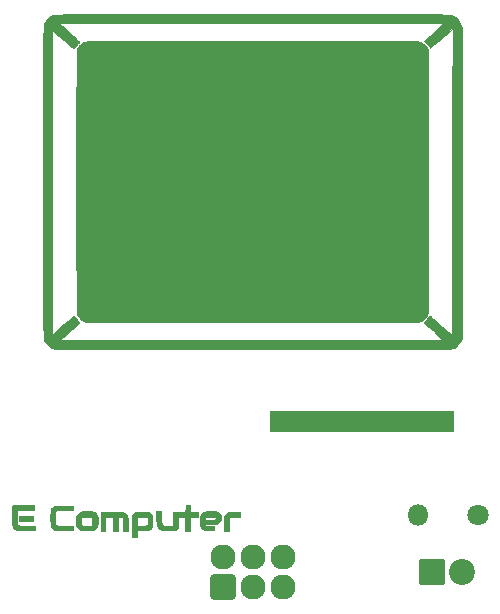
<source format=gts>
G04 #@! TF.GenerationSoftware,KiCad,Pcbnew,(7.0.0)*
G04 #@! TF.CreationDate,2023-04-17T17:46:40-04:00*
G04 #@! TF.ProjectId,AA Design THT Modify,41412044-6573-4696-976e-20544854204d,rev?*
G04 #@! TF.SameCoordinates,Original*
G04 #@! TF.FileFunction,Soldermask,Top*
G04 #@! TF.FilePolarity,Negative*
%FSLAX46Y46*%
G04 Gerber Fmt 4.6, Leading zero omitted, Abs format (unit mm)*
G04 Created by KiCad (PCBNEW (7.0.0)) date 2023-04-17 17:46:40*
%MOMM*%
%LPD*%
G01*
G04 APERTURE LIST*
G04 Aperture macros list*
%AMRoundRect*
0 Rectangle with rounded corners*
0 $1 Rounding radius*
0 $2 $3 $4 $5 $6 $7 $8 $9 X,Y pos of 4 corners*
0 Add a 4 corners polygon primitive as box body*
4,1,4,$2,$3,$4,$5,$6,$7,$8,$9,$2,$3,0*
0 Add four circle primitives for the rounded corners*
1,1,$1+$1,$2,$3*
1,1,$1+$1,$4,$5*
1,1,$1+$1,$6,$7*
1,1,$1+$1,$8,$9*
0 Add four rect primitives between the rounded corners*
20,1,$1+$1,$2,$3,$4,$5,0*
20,1,$1+$1,$4,$5,$6,$7,0*
20,1,$1+$1,$6,$7,$8,$9,0*
20,1,$1+$1,$8,$9,$2,$3,0*%
G04 Aperture macros list end*
%ADD10C,0.010000*%
%ADD11O,2.127200X2.127200*%
%ADD12RoundRect,0.200000X-0.863600X0.863600X-0.863600X-0.863600X0.863600X-0.863600X0.863600X0.863600X0*%
%ADD13C,2.127200*%
%ADD14RoundRect,0.200000X-0.900000X-0.900000X0.900000X-0.900000X0.900000X0.900000X-0.900000X0.900000X0*%
%ADD15C,2.200000*%
%ADD16C,1.800000*%
%ADD17O,1.800000X1.800000*%
G04 APERTURE END LIST*
G04 #@! TO.C,G\u002A\u002A\u002A*
G36*
X44926989Y-82063686D02*
G01*
X43720489Y-82063686D01*
X43720489Y-81640353D01*
X44926989Y-81640353D01*
X44926989Y-82063686D01*
G37*
D10*
X44926989Y-82063686D02*
X43720489Y-82063686D01*
X43720489Y-81640353D01*
X44926989Y-81640353D01*
X44926989Y-82063686D01*
G36*
X80529322Y-74422519D02*
G01*
X64971822Y-74422519D01*
X64971822Y-72750353D01*
X80529322Y-72750353D01*
X80529322Y-74422519D01*
G37*
X80529322Y-74422519D02*
X64971822Y-74422519D01*
X64971822Y-72750353D01*
X80529322Y-72750353D01*
X80529322Y-74422519D01*
G36*
X58242087Y-81301686D02*
G01*
X58918155Y-81301686D01*
X58918155Y-81703853D01*
X58240822Y-81703853D01*
X58240822Y-82910353D01*
X57838655Y-82910353D01*
X57838655Y-81703853D01*
X57330655Y-81703853D01*
X57330655Y-81301686D01*
X57837390Y-81301686D01*
X57843314Y-81031811D01*
X57849239Y-80761936D01*
X58230239Y-80761936D01*
X58242087Y-81301686D01*
G37*
X58242087Y-81301686D02*
X58918155Y-81301686D01*
X58918155Y-81703853D01*
X58240822Y-81703853D01*
X58240822Y-82910353D01*
X57838655Y-82910353D01*
X57838655Y-81703853D01*
X57330655Y-81703853D01*
X57330655Y-81301686D01*
X57837390Y-81301686D01*
X57843314Y-81031811D01*
X57849239Y-80761936D01*
X58230239Y-80761936D01*
X58242087Y-81301686D01*
G36*
X62495322Y-81703853D02*
G01*
X62030855Y-81703853D01*
X61879207Y-81703981D01*
X61764296Y-81704721D01*
X61680525Y-81706601D01*
X61622300Y-81710150D01*
X61584024Y-81715897D01*
X61560101Y-81724372D01*
X61544935Y-81736105D01*
X61533439Y-81750896D01*
X61523232Y-81771147D01*
X61515311Y-81802541D01*
X61509405Y-81850037D01*
X61505243Y-81918595D01*
X61502554Y-82013174D01*
X61501068Y-82138734D01*
X61500514Y-82300235D01*
X61500489Y-82354146D01*
X61500489Y-82910353D01*
X61098322Y-82910353D01*
X61098322Y-82327936D01*
X61099178Y-82121511D01*
X61101809Y-81955069D01*
X61106305Y-81826296D01*
X61112759Y-81732874D01*
X61121262Y-81672488D01*
X61124780Y-81658592D01*
X61172364Y-81559822D01*
X61249101Y-81463458D01*
X61343227Y-81382749D01*
X61399582Y-81349111D01*
X61431738Y-81334054D01*
X61464142Y-81322568D01*
X61502843Y-81314172D01*
X61553888Y-81308386D01*
X61623326Y-81304725D01*
X61717206Y-81302710D01*
X61841576Y-81301857D01*
X61994932Y-81301686D01*
X62495322Y-81301686D01*
X62495322Y-81703853D01*
G37*
X62495322Y-81703853D02*
X62030855Y-81703853D01*
X61879207Y-81703981D01*
X61764296Y-81704721D01*
X61680525Y-81706601D01*
X61622300Y-81710150D01*
X61584024Y-81715897D01*
X61560101Y-81724372D01*
X61544935Y-81736105D01*
X61533439Y-81750896D01*
X61523232Y-81771147D01*
X61515311Y-81802541D01*
X61509405Y-81850037D01*
X61505243Y-81918595D01*
X61502554Y-82013174D01*
X61501068Y-82138734D01*
X61500514Y-82300235D01*
X61500489Y-82354146D01*
X61500489Y-82910353D01*
X61098322Y-82910353D01*
X61098322Y-82327936D01*
X61099178Y-82121511D01*
X61101809Y-81955069D01*
X61106305Y-81826296D01*
X61112759Y-81732874D01*
X61121262Y-81672488D01*
X61124780Y-81658592D01*
X61172364Y-81559822D01*
X61249101Y-81463458D01*
X61343227Y-81382749D01*
X61399582Y-81349111D01*
X61431738Y-81334054D01*
X61464142Y-81322568D01*
X61502843Y-81314172D01*
X61553888Y-81308386D01*
X61623326Y-81304725D01*
X61717206Y-81302710D01*
X61841576Y-81301857D01*
X61994932Y-81301686D01*
X62495322Y-81301686D01*
X62495322Y-81703853D01*
G36*
X45049437Y-80947144D02*
G01*
X45043405Y-81164103D01*
X44318447Y-81169672D01*
X43593489Y-81175242D01*
X43593489Y-81785516D01*
X43593656Y-81963164D01*
X43594350Y-82103274D01*
X43595859Y-82210644D01*
X43598470Y-82290069D01*
X43602471Y-82346344D01*
X43608149Y-82384267D01*
X43615793Y-82408632D01*
X43625689Y-82424236D01*
X43632197Y-82430822D01*
X43646408Y-82440323D01*
X43668722Y-82447957D01*
X43703472Y-82453923D01*
X43754989Y-82458420D01*
X43827605Y-82461649D01*
X43925652Y-82463807D01*
X44053461Y-82465094D01*
X44215364Y-82465709D01*
X44394197Y-82465853D01*
X45117489Y-82465853D01*
X45117489Y-82868019D01*
X44350197Y-82866293D01*
X44141027Y-82865541D01*
X43970063Y-82864214D01*
X43833177Y-82862148D01*
X43726244Y-82859181D01*
X43645138Y-82855153D01*
X43585733Y-82849901D01*
X43543902Y-82843262D01*
X43515520Y-82835076D01*
X43511439Y-82833390D01*
X43377375Y-82752402D01*
X43269184Y-82639653D01*
X43209501Y-82539936D01*
X43149022Y-82412936D01*
X43149005Y-81618604D01*
X43149197Y-81410272D01*
X43149888Y-81240183D01*
X43151239Y-81104249D01*
X43153409Y-80998381D01*
X43156559Y-80918489D01*
X43160849Y-80860486D01*
X43166439Y-80820282D01*
X43173488Y-80793789D01*
X43181939Y-80777229D01*
X43214889Y-80730186D01*
X45055469Y-80730186D01*
X45049437Y-80947144D01*
G37*
X45049437Y-80947144D02*
X45043405Y-81164103D01*
X44318447Y-81169672D01*
X43593489Y-81175242D01*
X43593489Y-81785516D01*
X43593656Y-81963164D01*
X43594350Y-82103274D01*
X43595859Y-82210644D01*
X43598470Y-82290069D01*
X43602471Y-82346344D01*
X43608149Y-82384267D01*
X43615793Y-82408632D01*
X43625689Y-82424236D01*
X43632197Y-82430822D01*
X43646408Y-82440323D01*
X43668722Y-82447957D01*
X43703472Y-82453923D01*
X43754989Y-82458420D01*
X43827605Y-82461649D01*
X43925652Y-82463807D01*
X44053461Y-82465094D01*
X44215364Y-82465709D01*
X44394197Y-82465853D01*
X45117489Y-82465853D01*
X45117489Y-82868019D01*
X44350197Y-82866293D01*
X44141027Y-82865541D01*
X43970063Y-82864214D01*
X43833177Y-82862148D01*
X43726244Y-82859181D01*
X43645138Y-82855153D01*
X43585733Y-82849901D01*
X43543902Y-82843262D01*
X43515520Y-82835076D01*
X43511439Y-82833390D01*
X43377375Y-82752402D01*
X43269184Y-82639653D01*
X43209501Y-82539936D01*
X43149022Y-82412936D01*
X43149005Y-81618604D01*
X43149197Y-81410272D01*
X43149888Y-81240183D01*
X43151239Y-81104249D01*
X43153409Y-80998381D01*
X43156559Y-80918489D01*
X43160849Y-80860486D01*
X43166439Y-80820282D01*
X43173488Y-80793789D01*
X43181939Y-80777229D01*
X43214889Y-80730186D01*
X45055469Y-80730186D01*
X45049437Y-80947144D01*
G36*
X55785489Y-81731118D02*
G01*
X55785703Y-81885363D01*
X55786698Y-82003568D01*
X55789004Y-82092025D01*
X55793150Y-82157029D01*
X55799665Y-82204870D01*
X55809078Y-82241841D01*
X55821919Y-82274236D01*
X55833114Y-82297326D01*
X55896407Y-82386338D01*
X55975989Y-82444686D01*
X56013272Y-82464069D01*
X56049841Y-82478248D01*
X56093268Y-82488210D01*
X56151123Y-82494940D01*
X56230979Y-82499425D01*
X56340408Y-82502650D01*
X56436364Y-82504643D01*
X56801489Y-82511683D01*
X56801489Y-81301686D01*
X57203655Y-81301686D01*
X57203655Y-82698686D01*
X57150739Y-82698686D01*
X57109481Y-82708380D01*
X57097822Y-82742411D01*
X57087684Y-82798182D01*
X57075910Y-82827077D01*
X57067664Y-82839048D01*
X57054067Y-82848405D01*
X57030354Y-82855449D01*
X56991759Y-82860479D01*
X56933517Y-82863797D01*
X56850863Y-82865703D01*
X56739030Y-82866498D01*
X56593252Y-82866481D01*
X56456785Y-82866110D01*
X56298733Y-82864967D01*
X56151824Y-82862697D01*
X56022175Y-82859490D01*
X55915903Y-82855535D01*
X55839128Y-82851021D01*
X55797966Y-82846138D01*
X55796072Y-82845645D01*
X55752203Y-82822730D01*
X55689923Y-82777598D01*
X55620217Y-82718493D01*
X55594081Y-82694096D01*
X55536624Y-82636726D01*
X55490646Y-82583119D01*
X55454875Y-82527752D01*
X55428039Y-82465096D01*
X55408867Y-82389625D01*
X55396087Y-82295815D01*
X55388427Y-82178137D01*
X55384615Y-82031067D01*
X55383381Y-81849078D01*
X55383322Y-81778255D01*
X55383322Y-81259353D01*
X55785489Y-81259353D01*
X55785489Y-81731118D01*
G37*
X55785489Y-81731118D02*
X55785703Y-81885363D01*
X55786698Y-82003568D01*
X55789004Y-82092025D01*
X55793150Y-82157029D01*
X55799665Y-82204870D01*
X55809078Y-82241841D01*
X55821919Y-82274236D01*
X55833114Y-82297326D01*
X55896407Y-82386338D01*
X55975989Y-82444686D01*
X56013272Y-82464069D01*
X56049841Y-82478248D01*
X56093268Y-82488210D01*
X56151123Y-82494940D01*
X56230979Y-82499425D01*
X56340408Y-82502650D01*
X56436364Y-82504643D01*
X56801489Y-82511683D01*
X56801489Y-81301686D01*
X57203655Y-81301686D01*
X57203655Y-82698686D01*
X57150739Y-82698686D01*
X57109481Y-82708380D01*
X57097822Y-82742411D01*
X57087684Y-82798182D01*
X57075910Y-82827077D01*
X57067664Y-82839048D01*
X57054067Y-82848405D01*
X57030354Y-82855449D01*
X56991759Y-82860479D01*
X56933517Y-82863797D01*
X56850863Y-82865703D01*
X56739030Y-82866498D01*
X56593252Y-82866481D01*
X56456785Y-82866110D01*
X56298733Y-82864967D01*
X56151824Y-82862697D01*
X56022175Y-82859490D01*
X55915903Y-82855535D01*
X55839128Y-82851021D01*
X55797966Y-82846138D01*
X55796072Y-82845645D01*
X55752203Y-82822730D01*
X55689923Y-82777598D01*
X55620217Y-82718493D01*
X55594081Y-82694096D01*
X55536624Y-82636726D01*
X55490646Y-82583119D01*
X55454875Y-82527752D01*
X55428039Y-82465096D01*
X55408867Y-82389625D01*
X55396087Y-82295815D01*
X55388427Y-82178137D01*
X55384615Y-82031067D01*
X55383381Y-81849078D01*
X55383322Y-81778255D01*
X55383322Y-81259353D01*
X55785489Y-81259353D01*
X55785489Y-81731118D01*
G36*
X48334822Y-81174686D02*
G01*
X46876722Y-81174686D01*
X46843772Y-81221729D01*
X46833565Y-81241980D01*
X46825644Y-81273374D01*
X46819738Y-81320870D01*
X46815576Y-81389428D01*
X46812888Y-81484007D01*
X46811402Y-81609567D01*
X46810847Y-81771068D01*
X46810822Y-81824979D01*
X46810974Y-81993277D01*
X46811672Y-82124382D01*
X46813280Y-82223435D01*
X46816162Y-82295575D01*
X46820680Y-82345943D01*
X46827199Y-82379679D01*
X46836082Y-82401924D01*
X46847693Y-82417816D01*
X46853155Y-82423519D01*
X46866152Y-82434913D01*
X46882901Y-82444058D01*
X46907845Y-82451199D01*
X46945429Y-82456585D01*
X47000094Y-82460462D01*
X47076285Y-82463076D01*
X47178444Y-82464675D01*
X47311014Y-82465506D01*
X47478438Y-82465815D01*
X47615155Y-82465853D01*
X48334822Y-82465853D01*
X48334822Y-82868019D01*
X47567530Y-82867554D01*
X47365004Y-82867285D01*
X47200294Y-82866608D01*
X47068882Y-82865312D01*
X46966250Y-82863186D01*
X46887882Y-82860020D01*
X46829260Y-82855602D01*
X46785867Y-82849722D01*
X46753185Y-82842169D01*
X46726697Y-82832733D01*
X46715572Y-82827806D01*
X46600649Y-82751747D01*
X46509019Y-82643413D01*
X46450837Y-82523426D01*
X46438501Y-82485206D01*
X46428816Y-82445213D01*
X46421465Y-82397944D01*
X46416133Y-82337896D01*
X46412505Y-82259567D01*
X46410264Y-82157452D01*
X46409094Y-82026050D01*
X46408680Y-81859857D01*
X46408655Y-81788368D01*
X46408947Y-81596301D01*
X46410361Y-81441443D01*
X46413710Y-81318670D01*
X46419803Y-81222857D01*
X46429451Y-81148881D01*
X46443463Y-81091619D01*
X46462652Y-81045946D01*
X46487827Y-81006740D01*
X46519798Y-80968875D01*
X46542020Y-80945254D01*
X46603588Y-80891935D01*
X46679418Y-80840362D01*
X46709577Y-80823546D01*
X46809415Y-80772519D01*
X48334822Y-80772519D01*
X48334822Y-81174686D01*
G37*
X48334822Y-81174686D02*
X46876722Y-81174686D01*
X46843772Y-81221729D01*
X46833565Y-81241980D01*
X46825644Y-81273374D01*
X46819738Y-81320870D01*
X46815576Y-81389428D01*
X46812888Y-81484007D01*
X46811402Y-81609567D01*
X46810847Y-81771068D01*
X46810822Y-81824979D01*
X46810974Y-81993277D01*
X46811672Y-82124382D01*
X46813280Y-82223435D01*
X46816162Y-82295575D01*
X46820680Y-82345943D01*
X46827199Y-82379679D01*
X46836082Y-82401924D01*
X46847693Y-82417816D01*
X46853155Y-82423519D01*
X46866152Y-82434913D01*
X46882901Y-82444058D01*
X46907845Y-82451199D01*
X46945429Y-82456585D01*
X47000094Y-82460462D01*
X47076285Y-82463076D01*
X47178444Y-82464675D01*
X47311014Y-82465506D01*
X47478438Y-82465815D01*
X47615155Y-82465853D01*
X48334822Y-82465853D01*
X48334822Y-82868019D01*
X47567530Y-82867554D01*
X47365004Y-82867285D01*
X47200294Y-82866608D01*
X47068882Y-82865312D01*
X46966250Y-82863186D01*
X46887882Y-82860020D01*
X46829260Y-82855602D01*
X46785867Y-82849722D01*
X46753185Y-82842169D01*
X46726697Y-82832733D01*
X46715572Y-82827806D01*
X46600649Y-82751747D01*
X46509019Y-82643413D01*
X46450837Y-82523426D01*
X46438501Y-82485206D01*
X46428816Y-82445213D01*
X46421465Y-82397944D01*
X46416133Y-82337896D01*
X46412505Y-82259567D01*
X46410264Y-82157452D01*
X46409094Y-82026050D01*
X46408680Y-81859857D01*
X46408655Y-81788368D01*
X46408947Y-81596301D01*
X46410361Y-81441443D01*
X46413710Y-81318670D01*
X46419803Y-81222857D01*
X46429451Y-81148881D01*
X46443463Y-81091619D01*
X46462652Y-81045946D01*
X46487827Y-81006740D01*
X46519798Y-80968875D01*
X46542020Y-80945254D01*
X46603588Y-80891935D01*
X46679418Y-80840362D01*
X46709577Y-80823546D01*
X46809415Y-80772519D01*
X48334822Y-80772519D01*
X48334822Y-81174686D01*
G36*
X51339866Y-81302156D02*
G01*
X51455765Y-81303191D01*
X51542526Y-81305599D01*
X51606744Y-81309980D01*
X51655018Y-81316936D01*
X51693943Y-81327068D01*
X51730118Y-81340976D01*
X51758530Y-81353836D01*
X51820779Y-81381946D01*
X51853984Y-81392536D01*
X51867244Y-81386457D01*
X51869655Y-81364557D01*
X51869655Y-81364212D01*
X51871901Y-81348422D01*
X51882793Y-81337267D01*
X51908558Y-81329955D01*
X51955426Y-81325692D01*
X52029625Y-81323689D01*
X52137386Y-81323152D01*
X52192447Y-81323171D01*
X52342638Y-81324764D01*
X52458400Y-81330608D01*
X52547580Y-81342806D01*
X52618029Y-81363462D01*
X52677593Y-81394678D01*
X52734123Y-81438557D01*
X52778341Y-81480144D01*
X52825147Y-81528459D01*
X52862550Y-81574815D01*
X52891597Y-81624560D01*
X52913338Y-81683045D01*
X52928821Y-81755617D01*
X52939092Y-81847624D01*
X52945201Y-81964416D01*
X52948195Y-82111342D01*
X52949123Y-82293750D01*
X52949155Y-82351866D01*
X52949155Y-82910353D01*
X52546989Y-82910353D01*
X52546989Y-82349436D01*
X52547120Y-82167140D01*
X52546285Y-82022761D01*
X52542641Y-81911891D01*
X52534347Y-81830123D01*
X52519560Y-81773049D01*
X52496436Y-81736262D01*
X52463135Y-81715354D01*
X52417813Y-81705917D01*
X52358628Y-81703545D01*
X52283737Y-81703830D01*
X52277114Y-81703835D01*
X52091905Y-81703818D01*
X52098406Y-82307085D01*
X52104907Y-82910353D01*
X51700322Y-82910353D01*
X51700322Y-82349436D01*
X51700750Y-82166872D01*
X51700405Y-82022222D01*
X51696841Y-81911103D01*
X51687616Y-81829127D01*
X51670284Y-81771910D01*
X51642402Y-81735066D01*
X51601525Y-81714210D01*
X51545208Y-81704957D01*
X51471007Y-81702921D01*
X51376478Y-81703716D01*
X51340489Y-81703853D01*
X51065322Y-81703853D01*
X51065322Y-82910353D01*
X50663155Y-82910353D01*
X50663155Y-82153062D01*
X50663365Y-81949914D01*
X50664111Y-81784902D01*
X50665563Y-81653832D01*
X50667893Y-81552507D01*
X50671274Y-81476734D01*
X50675878Y-81422316D01*
X50681876Y-81385058D01*
X50689440Y-81360766D01*
X50696105Y-81348729D01*
X50708198Y-81333302D01*
X50723701Y-81321682D01*
X50748249Y-81313334D01*
X50787474Y-81307721D01*
X50847008Y-81304307D01*
X50932485Y-81302556D01*
X51049537Y-81301933D01*
X51188230Y-81301893D01*
X51339866Y-81302156D01*
G37*
X51339866Y-81302156D02*
X51455765Y-81303191D01*
X51542526Y-81305599D01*
X51606744Y-81309980D01*
X51655018Y-81316936D01*
X51693943Y-81327068D01*
X51730118Y-81340976D01*
X51758530Y-81353836D01*
X51820779Y-81381946D01*
X51853984Y-81392536D01*
X51867244Y-81386457D01*
X51869655Y-81364557D01*
X51869655Y-81364212D01*
X51871901Y-81348422D01*
X51882793Y-81337267D01*
X51908558Y-81329955D01*
X51955426Y-81325692D01*
X52029625Y-81323689D01*
X52137386Y-81323152D01*
X52192447Y-81323171D01*
X52342638Y-81324764D01*
X52458400Y-81330608D01*
X52547580Y-81342806D01*
X52618029Y-81363462D01*
X52677593Y-81394678D01*
X52734123Y-81438557D01*
X52778341Y-81480144D01*
X52825147Y-81528459D01*
X52862550Y-81574815D01*
X52891597Y-81624560D01*
X52913338Y-81683045D01*
X52928821Y-81755617D01*
X52939092Y-81847624D01*
X52945201Y-81964416D01*
X52948195Y-82111342D01*
X52949123Y-82293750D01*
X52949155Y-82351866D01*
X52949155Y-82910353D01*
X52546989Y-82910353D01*
X52546989Y-82349436D01*
X52547120Y-82167140D01*
X52546285Y-82022761D01*
X52542641Y-81911891D01*
X52534347Y-81830123D01*
X52519560Y-81773049D01*
X52496436Y-81736262D01*
X52463135Y-81715354D01*
X52417813Y-81705917D01*
X52358628Y-81703545D01*
X52283737Y-81703830D01*
X52277114Y-81703835D01*
X52091905Y-81703818D01*
X52098406Y-82307085D01*
X52104907Y-82910353D01*
X51700322Y-82910353D01*
X51700322Y-82349436D01*
X51700750Y-82166872D01*
X51700405Y-82022222D01*
X51696841Y-81911103D01*
X51687616Y-81829127D01*
X51670284Y-81771910D01*
X51642402Y-81735066D01*
X51601525Y-81714210D01*
X51545208Y-81704957D01*
X51471007Y-81702921D01*
X51376478Y-81703716D01*
X51340489Y-81703853D01*
X51065322Y-81703853D01*
X51065322Y-82910353D01*
X50663155Y-82910353D01*
X50663155Y-82153062D01*
X50663365Y-81949914D01*
X50664111Y-81784902D01*
X50665563Y-81653832D01*
X50667893Y-81552507D01*
X50671274Y-81476734D01*
X50675878Y-81422316D01*
X50681876Y-81385058D01*
X50689440Y-81360766D01*
X50696105Y-81348729D01*
X50708198Y-81333302D01*
X50723701Y-81321682D01*
X50748249Y-81313334D01*
X50787474Y-81307721D01*
X50847008Y-81304307D01*
X50932485Y-81302556D01*
X51049537Y-81301933D01*
X51188230Y-81301893D01*
X51339866Y-81302156D01*
G36*
X54328075Y-81302596D02*
G01*
X54469869Y-81306089D01*
X54580996Y-81313310D01*
X54667277Y-81325404D01*
X54734531Y-81343515D01*
X54788580Y-81368787D01*
X54835245Y-81402367D01*
X54880299Y-81445349D01*
X54934233Y-81503896D01*
X54974907Y-81557063D01*
X55004181Y-81612125D01*
X55023913Y-81676353D01*
X55035960Y-81757019D01*
X55042181Y-81861397D01*
X55044434Y-81996759D01*
X55044655Y-82088582D01*
X55043540Y-82232405D01*
X55040339Y-82349373D01*
X55035273Y-82435242D01*
X55028562Y-82485766D01*
X55023489Y-82497603D01*
X55005259Y-82527669D01*
X55002322Y-82548788D01*
X54986214Y-82593334D01*
X54943896Y-82651915D01*
X54884374Y-82715077D01*
X54816655Y-82773365D01*
X54749746Y-82817324D01*
X54743395Y-82820594D01*
X54707991Y-82836988D01*
X54672247Y-82849109D01*
X54629267Y-82857596D01*
X54572153Y-82863090D01*
X54494007Y-82866231D01*
X54387933Y-82867660D01*
X54247032Y-82868018D01*
X54232712Y-82868019D01*
X53816989Y-82868019D01*
X53816989Y-82465853D01*
X54196788Y-82465853D01*
X54344987Y-82466192D01*
X54456198Y-82464088D01*
X54535705Y-82454855D01*
X54588794Y-82433808D01*
X54620751Y-82396261D01*
X54636861Y-82337529D01*
X54642409Y-82252928D01*
X54642680Y-82137771D01*
X54642489Y-82070760D01*
X54642907Y-81953399D01*
X54640791Y-81864071D01*
X54631081Y-81798969D01*
X54608722Y-81754285D01*
X54568654Y-81726209D01*
X54505819Y-81710934D01*
X54415161Y-81704651D01*
X54291620Y-81703554D01*
X54155179Y-81703853D01*
X53997990Y-81704903D01*
X53880198Y-81708172D01*
X53798918Y-81713835D01*
X53751262Y-81722066D01*
X53736555Y-81729253D01*
X53729620Y-81747982D01*
X53723931Y-81790869D01*
X53719404Y-81860723D01*
X53715955Y-81960355D01*
X53713500Y-82092573D01*
X53711954Y-82260189D01*
X53711233Y-82466011D01*
X53711155Y-82575919D01*
X53711155Y-83397186D01*
X53287822Y-83397186D01*
X53287822Y-82575456D01*
X53288012Y-82348731D01*
X53288983Y-82160088D01*
X53291331Y-82005276D01*
X53295656Y-81880044D01*
X53302555Y-81780140D01*
X53312626Y-81701314D01*
X53326469Y-81639315D01*
X53344681Y-81589892D01*
X53367859Y-81548793D01*
X53396603Y-81511768D01*
X53431511Y-81474565D01*
X53444586Y-81461424D01*
X53495218Y-81412570D01*
X53541400Y-81374838D01*
X53589460Y-81346795D01*
X53645725Y-81327007D01*
X53716523Y-81314041D01*
X53808182Y-81306463D01*
X53927030Y-81302841D01*
X54079395Y-81301741D01*
X54149792Y-81301686D01*
X54328075Y-81302596D01*
G37*
X54328075Y-81302596D02*
X54469869Y-81306089D01*
X54580996Y-81313310D01*
X54667277Y-81325404D01*
X54734531Y-81343515D01*
X54788580Y-81368787D01*
X54835245Y-81402367D01*
X54880299Y-81445349D01*
X54934233Y-81503896D01*
X54974907Y-81557063D01*
X55004181Y-81612125D01*
X55023913Y-81676353D01*
X55035960Y-81757019D01*
X55042181Y-81861397D01*
X55044434Y-81996759D01*
X55044655Y-82088582D01*
X55043540Y-82232405D01*
X55040339Y-82349373D01*
X55035273Y-82435242D01*
X55028562Y-82485766D01*
X55023489Y-82497603D01*
X55005259Y-82527669D01*
X55002322Y-82548788D01*
X54986214Y-82593334D01*
X54943896Y-82651915D01*
X54884374Y-82715077D01*
X54816655Y-82773365D01*
X54749746Y-82817324D01*
X54743395Y-82820594D01*
X54707991Y-82836988D01*
X54672247Y-82849109D01*
X54629267Y-82857596D01*
X54572153Y-82863090D01*
X54494007Y-82866231D01*
X54387933Y-82867660D01*
X54247032Y-82868018D01*
X54232712Y-82868019D01*
X53816989Y-82868019D01*
X53816989Y-82465853D01*
X54196788Y-82465853D01*
X54344987Y-82466192D01*
X54456198Y-82464088D01*
X54535705Y-82454855D01*
X54588794Y-82433808D01*
X54620751Y-82396261D01*
X54636861Y-82337529D01*
X54642409Y-82252928D01*
X54642680Y-82137771D01*
X54642489Y-82070760D01*
X54642907Y-81953399D01*
X54640791Y-81864071D01*
X54631081Y-81798969D01*
X54608722Y-81754285D01*
X54568654Y-81726209D01*
X54505819Y-81710934D01*
X54415161Y-81704651D01*
X54291620Y-81703554D01*
X54155179Y-81703853D01*
X53997990Y-81704903D01*
X53880198Y-81708172D01*
X53798918Y-81713835D01*
X53751262Y-81722066D01*
X53736555Y-81729253D01*
X53729620Y-81747982D01*
X53723931Y-81790869D01*
X53719404Y-81860723D01*
X53715955Y-81960355D01*
X53713500Y-82092573D01*
X53711954Y-82260189D01*
X53711233Y-82466011D01*
X53711155Y-82575919D01*
X53711155Y-83397186D01*
X53287822Y-83397186D01*
X53287822Y-82575456D01*
X53288012Y-82348731D01*
X53288983Y-82160088D01*
X53291331Y-82005276D01*
X53295656Y-81880044D01*
X53302555Y-81780140D01*
X53312626Y-81701314D01*
X53326469Y-81639315D01*
X53344681Y-81589892D01*
X53367859Y-81548793D01*
X53396603Y-81511768D01*
X53431511Y-81474565D01*
X53444586Y-81461424D01*
X53495218Y-81412570D01*
X53541400Y-81374838D01*
X53589460Y-81346795D01*
X53645725Y-81327007D01*
X53716523Y-81314041D01*
X53808182Y-81306463D01*
X53927030Y-81302841D01*
X54079395Y-81301741D01*
X54149792Y-81301686D01*
X54328075Y-81302596D01*
G36*
X60110248Y-81260138D02*
G01*
X60229220Y-81261031D01*
X60318617Y-81263241D01*
X60384817Y-81267308D01*
X60434199Y-81273772D01*
X60473142Y-81283173D01*
X60508025Y-81296050D01*
X60537405Y-81309269D01*
X60665977Y-81389730D01*
X60764547Y-81493515D01*
X60830711Y-81614569D01*
X60862070Y-81746834D01*
X60856222Y-81884255D01*
X60815572Y-82010769D01*
X60767034Y-82090618D01*
X60698629Y-82173507D01*
X60621665Y-82247880D01*
X60547448Y-82302181D01*
X60514698Y-82318271D01*
X60477528Y-82324541D01*
X60405375Y-82330040D01*
X60305588Y-82334460D01*
X60185516Y-82337489D01*
X60052506Y-82338818D01*
X60027203Y-82338853D01*
X59593840Y-82338853D01*
X59599956Y-82153644D01*
X59606072Y-81968436D01*
X59987072Y-81962866D01*
X60132901Y-81960221D01*
X60241785Y-81955989D01*
X60319111Y-81948446D01*
X60370265Y-81935865D01*
X60400635Y-81916521D01*
X60415608Y-81888687D01*
X60420573Y-81850637D01*
X60420989Y-81823849D01*
X60418386Y-81785655D01*
X60407194Y-81756630D01*
X60382337Y-81735513D01*
X60338737Y-81721045D01*
X60271317Y-81711966D01*
X60175003Y-81707016D01*
X60044716Y-81704935D01*
X59940192Y-81704526D01*
X59798987Y-81704542D01*
X59694249Y-81705491D01*
X59620111Y-81707925D01*
X59570708Y-81712395D01*
X59540174Y-81719451D01*
X59522645Y-81729646D01*
X59512254Y-81743529D01*
X59511567Y-81744794D01*
X59503690Y-81780420D01*
X59497171Y-81850860D01*
X59492442Y-81948609D01*
X59489940Y-82066157D01*
X59489655Y-82123724D01*
X59489655Y-82461711D01*
X59556314Y-82484949D01*
X59601502Y-82493292D01*
X59680377Y-82500233D01*
X59784300Y-82505273D01*
X59904633Y-82507913D01*
X59958480Y-82508186D01*
X60293989Y-82508186D01*
X60293989Y-82868019D01*
X59897114Y-82867554D01*
X59754334Y-82866948D01*
X59646717Y-82865089D01*
X59567094Y-82861341D01*
X59508299Y-82855073D01*
X59463165Y-82845649D01*
X59424526Y-82832436D01*
X59404989Y-82824023D01*
X59281070Y-82747344D01*
X59172165Y-82639979D01*
X59123134Y-82571686D01*
X59106066Y-82540987D01*
X59093511Y-82506962D01*
X59084588Y-82462408D01*
X59078418Y-82400122D01*
X59074120Y-82312900D01*
X59070815Y-82193539D01*
X59069526Y-82132851D01*
X59068035Y-81961741D01*
X59072326Y-81825639D01*
X59083957Y-81717428D01*
X59104483Y-81629996D01*
X59135460Y-81556227D01*
X59178446Y-81489006D01*
X59222011Y-81435747D01*
X59270172Y-81383376D01*
X59315435Y-81342590D01*
X59363829Y-81311941D01*
X59421387Y-81289987D01*
X59494138Y-81275280D01*
X59588113Y-81266377D01*
X59709343Y-81261832D01*
X59863860Y-81260199D01*
X59955322Y-81260024D01*
X60110248Y-81260138D01*
G37*
X60110248Y-81260138D02*
X60229220Y-81261031D01*
X60318617Y-81263241D01*
X60384817Y-81267308D01*
X60434199Y-81273772D01*
X60473142Y-81283173D01*
X60508025Y-81296050D01*
X60537405Y-81309269D01*
X60665977Y-81389730D01*
X60764547Y-81493515D01*
X60830711Y-81614569D01*
X60862070Y-81746834D01*
X60856222Y-81884255D01*
X60815572Y-82010769D01*
X60767034Y-82090618D01*
X60698629Y-82173507D01*
X60621665Y-82247880D01*
X60547448Y-82302181D01*
X60514698Y-82318271D01*
X60477528Y-82324541D01*
X60405375Y-82330040D01*
X60305588Y-82334460D01*
X60185516Y-82337489D01*
X60052506Y-82338818D01*
X60027203Y-82338853D01*
X59593840Y-82338853D01*
X59599956Y-82153644D01*
X59606072Y-81968436D01*
X59987072Y-81962866D01*
X60132901Y-81960221D01*
X60241785Y-81955989D01*
X60319111Y-81948446D01*
X60370265Y-81935865D01*
X60400635Y-81916521D01*
X60415608Y-81888687D01*
X60420573Y-81850637D01*
X60420989Y-81823849D01*
X60418386Y-81785655D01*
X60407194Y-81756630D01*
X60382337Y-81735513D01*
X60338737Y-81721045D01*
X60271317Y-81711966D01*
X60175003Y-81707016D01*
X60044716Y-81704935D01*
X59940192Y-81704526D01*
X59798987Y-81704542D01*
X59694249Y-81705491D01*
X59620111Y-81707925D01*
X59570708Y-81712395D01*
X59540174Y-81719451D01*
X59522645Y-81729646D01*
X59512254Y-81743529D01*
X59511567Y-81744794D01*
X59503690Y-81780420D01*
X59497171Y-81850860D01*
X59492442Y-81948609D01*
X59489940Y-82066157D01*
X59489655Y-82123724D01*
X59489655Y-82461711D01*
X59556314Y-82484949D01*
X59601502Y-82493292D01*
X59680377Y-82500233D01*
X59784300Y-82505273D01*
X59904633Y-82507913D01*
X59958480Y-82508186D01*
X60293989Y-82508186D01*
X60293989Y-82868019D01*
X59897114Y-82867554D01*
X59754334Y-82866948D01*
X59646717Y-82865089D01*
X59567094Y-82861341D01*
X59508299Y-82855073D01*
X59463165Y-82845649D01*
X59424526Y-82832436D01*
X59404989Y-82824023D01*
X59281070Y-82747344D01*
X59172165Y-82639979D01*
X59123134Y-82571686D01*
X59106066Y-82540987D01*
X59093511Y-82506962D01*
X59084588Y-82462408D01*
X59078418Y-82400122D01*
X59074120Y-82312900D01*
X59070815Y-82193539D01*
X59069526Y-82132851D01*
X59068035Y-81961741D01*
X59072326Y-81825639D01*
X59083957Y-81717428D01*
X59104483Y-81629996D01*
X59135460Y-81556227D01*
X59178446Y-81489006D01*
X59222011Y-81435747D01*
X59270172Y-81383376D01*
X59315435Y-81342590D01*
X59363829Y-81311941D01*
X59421387Y-81289987D01*
X59494138Y-81275280D01*
X59588113Y-81266377D01*
X59709343Y-81261832D01*
X59863860Y-81260199D01*
X59955322Y-81260024D01*
X60110248Y-81260138D01*
G36*
X48569856Y-82013739D02*
G01*
X49011806Y-82013739D01*
X49012155Y-82106683D01*
X49013219Y-82239572D01*
X49017336Y-82336509D01*
X49025896Y-82403847D01*
X49040290Y-82447934D01*
X49061907Y-82475122D01*
X49092137Y-82491760D01*
X49096822Y-82493497D01*
X49130714Y-82498210D01*
X49197206Y-82501790D01*
X49287892Y-82504252D01*
X49394368Y-82505612D01*
X49508227Y-82505886D01*
X49621064Y-82505089D01*
X49724473Y-82503239D01*
X49810049Y-82500350D01*
X49869387Y-82496439D01*
X49893524Y-82491987D01*
X49925722Y-82447506D01*
X49947903Y-82362285D01*
X49960008Y-82236729D01*
X49961976Y-82071246D01*
X49961197Y-82035247D01*
X49957552Y-81921556D01*
X49952830Y-81842673D01*
X49945827Y-81791072D01*
X49935339Y-81759227D01*
X49920163Y-81739613D01*
X49912985Y-81733852D01*
X49888118Y-81722681D01*
X49844949Y-81714479D01*
X49778124Y-81708878D01*
X49682289Y-81705512D01*
X49552092Y-81704015D01*
X49474976Y-81703853D01*
X49323548Y-81703433D01*
X49209207Y-81705180D01*
X49126771Y-81713605D01*
X49071058Y-81733217D01*
X49036886Y-81768526D01*
X49019075Y-81824043D01*
X49012443Y-81904277D01*
X49011806Y-82013739D01*
X48569856Y-82013739D01*
X48569250Y-81975599D01*
X48570421Y-81873048D01*
X48575476Y-81795709D01*
X48584963Y-81735068D01*
X48599008Y-81683881D01*
X48651449Y-81576896D01*
X48732573Y-81470421D01*
X48830618Y-81377470D01*
X48933820Y-81311055D01*
X48937643Y-81309249D01*
X48974124Y-81293169D01*
X49009584Y-81281003D01*
X49050424Y-81272203D01*
X49103041Y-81266222D01*
X49173837Y-81262513D01*
X49269210Y-81260529D01*
X49395561Y-81259723D01*
X49518764Y-81259559D01*
X49693187Y-81260264D01*
X49831233Y-81263430D01*
X49938842Y-81270382D01*
X50021957Y-81282446D01*
X50086516Y-81300947D01*
X50138463Y-81327208D01*
X50183737Y-81362556D01*
X50228279Y-81408315D01*
X50238762Y-81420129D01*
X50295051Y-81487927D01*
X50336515Y-81550075D01*
X50365593Y-81615144D01*
X50384726Y-81691705D01*
X50396353Y-81788328D01*
X50402916Y-81913585D01*
X50405425Y-82005478D01*
X50407394Y-82146956D01*
X50405987Y-82248179D01*
X50401115Y-82311097D01*
X50392685Y-82337660D01*
X50389848Y-82338853D01*
X50372697Y-82356994D01*
X50366822Y-82393080D01*
X50353248Y-82463474D01*
X50317684Y-82549548D01*
X50267866Y-82636839D01*
X50211528Y-82710886D01*
X50181110Y-82740280D01*
X50131794Y-82779715D01*
X50087254Y-82810071D01*
X50041112Y-82832534D01*
X49986994Y-82848291D01*
X49918525Y-82858528D01*
X49829327Y-82864431D01*
X49713026Y-82867188D01*
X49563245Y-82867984D01*
X49494654Y-82868019D01*
X49340882Y-82867880D01*
X49223059Y-82867067D01*
X49134800Y-82864984D01*
X49069719Y-82861037D01*
X49021433Y-82854631D01*
X48983556Y-82845171D01*
X48949704Y-82832063D01*
X48913491Y-82814710D01*
X48911421Y-82813679D01*
X48782987Y-82727567D01*
X48677268Y-82607637D01*
X48626349Y-82523472D01*
X48607639Y-82483916D01*
X48594172Y-82441560D01*
X48584844Y-82388139D01*
X48578551Y-82315386D01*
X48574192Y-82215036D01*
X48571413Y-82111876D01*
X48569856Y-82013739D01*
G37*
X48569856Y-82013739D02*
X49011806Y-82013739D01*
X49012155Y-82106683D01*
X49013219Y-82239572D01*
X49017336Y-82336509D01*
X49025896Y-82403847D01*
X49040290Y-82447934D01*
X49061907Y-82475122D01*
X49092137Y-82491760D01*
X49096822Y-82493497D01*
X49130714Y-82498210D01*
X49197206Y-82501790D01*
X49287892Y-82504252D01*
X49394368Y-82505612D01*
X49508227Y-82505886D01*
X49621064Y-82505089D01*
X49724473Y-82503239D01*
X49810049Y-82500350D01*
X49869387Y-82496439D01*
X49893524Y-82491987D01*
X49925722Y-82447506D01*
X49947903Y-82362285D01*
X49960008Y-82236729D01*
X49961976Y-82071246D01*
X49961197Y-82035247D01*
X49957552Y-81921556D01*
X49952830Y-81842673D01*
X49945827Y-81791072D01*
X49935339Y-81759227D01*
X49920163Y-81739613D01*
X49912985Y-81733852D01*
X49888118Y-81722681D01*
X49844949Y-81714479D01*
X49778124Y-81708878D01*
X49682289Y-81705512D01*
X49552092Y-81704015D01*
X49474976Y-81703853D01*
X49323548Y-81703433D01*
X49209207Y-81705180D01*
X49126771Y-81713605D01*
X49071058Y-81733217D01*
X49036886Y-81768526D01*
X49019075Y-81824043D01*
X49012443Y-81904277D01*
X49011806Y-82013739D01*
X48569856Y-82013739D01*
X48569250Y-81975599D01*
X48570421Y-81873048D01*
X48575476Y-81795709D01*
X48584963Y-81735068D01*
X48599008Y-81683881D01*
X48651449Y-81576896D01*
X48732573Y-81470421D01*
X48830618Y-81377470D01*
X48933820Y-81311055D01*
X48937643Y-81309249D01*
X48974124Y-81293169D01*
X49009584Y-81281003D01*
X49050424Y-81272203D01*
X49103041Y-81266222D01*
X49173837Y-81262513D01*
X49269210Y-81260529D01*
X49395561Y-81259723D01*
X49518764Y-81259559D01*
X49693187Y-81260264D01*
X49831233Y-81263430D01*
X49938842Y-81270382D01*
X50021957Y-81282446D01*
X50086516Y-81300947D01*
X50138463Y-81327208D01*
X50183737Y-81362556D01*
X50228279Y-81408315D01*
X50238762Y-81420129D01*
X50295051Y-81487927D01*
X50336515Y-81550075D01*
X50365593Y-81615144D01*
X50384726Y-81691705D01*
X50396353Y-81788328D01*
X50402916Y-81913585D01*
X50405425Y-82005478D01*
X50407394Y-82146956D01*
X50405987Y-82248179D01*
X50401115Y-82311097D01*
X50392685Y-82337660D01*
X50389848Y-82338853D01*
X50372697Y-82356994D01*
X50366822Y-82393080D01*
X50353248Y-82463474D01*
X50317684Y-82549548D01*
X50267866Y-82636839D01*
X50211528Y-82710886D01*
X50181110Y-82740280D01*
X50131794Y-82779715D01*
X50087254Y-82810071D01*
X50041112Y-82832534D01*
X49986994Y-82848291D01*
X49918525Y-82858528D01*
X49829327Y-82864431D01*
X49713026Y-82867188D01*
X49563245Y-82867984D01*
X49494654Y-82868019D01*
X49340882Y-82867880D01*
X49223059Y-82867067D01*
X49134800Y-82864984D01*
X49069719Y-82861037D01*
X49021433Y-82854631D01*
X48983556Y-82845171D01*
X48949704Y-82832063D01*
X48913491Y-82814710D01*
X48911421Y-82813679D01*
X48782987Y-82727567D01*
X48677268Y-82607637D01*
X48626349Y-82523472D01*
X48607639Y-82483916D01*
X48594172Y-82441560D01*
X48584844Y-82388139D01*
X48578551Y-82315386D01*
X48574192Y-82215036D01*
X48571413Y-82111876D01*
X48569856Y-82013739D01*
G36*
X64418385Y-41444989D02*
G01*
X65294668Y-41444997D01*
X66130555Y-41445013D01*
X66927017Y-41445040D01*
X67685022Y-41445081D01*
X68405540Y-41445138D01*
X69089540Y-41445215D01*
X69737990Y-41445315D01*
X70351861Y-41445439D01*
X70932121Y-41445591D01*
X71479739Y-41445774D01*
X71995686Y-41445990D01*
X72480929Y-41446242D01*
X72936438Y-41446534D01*
X73363183Y-41446867D01*
X73762132Y-41447244D01*
X74134254Y-41447669D01*
X74480520Y-41448145D01*
X74801897Y-41448673D01*
X75099356Y-41449257D01*
X75373865Y-41449899D01*
X75626394Y-41450603D01*
X75857911Y-41451371D01*
X76069386Y-41452206D01*
X76261789Y-41453111D01*
X76436088Y-41454088D01*
X76593252Y-41455140D01*
X76734251Y-41456271D01*
X76860054Y-41457482D01*
X76971630Y-41458777D01*
X77069948Y-41460159D01*
X77155977Y-41461629D01*
X77230687Y-41463192D01*
X77295047Y-41464850D01*
X77350026Y-41466605D01*
X77396594Y-41468461D01*
X77435718Y-41470420D01*
X77468369Y-41472485D01*
X77495516Y-41474659D01*
X77518128Y-41476945D01*
X77537174Y-41479345D01*
X77553623Y-41481862D01*
X77568444Y-41484499D01*
X77573901Y-41485543D01*
X77685516Y-41509808D01*
X77768406Y-41535274D01*
X77836017Y-41566879D01*
X77891401Y-41602181D01*
X77965033Y-41654335D01*
X78017877Y-41694702D01*
X78060486Y-41733314D01*
X78103414Y-41780200D01*
X78157214Y-41845389D01*
X78189485Y-41885489D01*
X78204217Y-41902029D01*
X78218213Y-41914750D01*
X78231493Y-41924720D01*
X78244075Y-41933006D01*
X78255979Y-41940676D01*
X78267222Y-41948798D01*
X78277824Y-41958439D01*
X78287802Y-41970667D01*
X78297177Y-41986550D01*
X78305967Y-42007154D01*
X78314190Y-42033548D01*
X78321866Y-42066800D01*
X78329012Y-42107977D01*
X78335648Y-42158146D01*
X78341792Y-42218376D01*
X78347464Y-42289733D01*
X78352681Y-42373286D01*
X78357463Y-42470102D01*
X78361828Y-42581249D01*
X78365796Y-42707794D01*
X78369384Y-42850805D01*
X78372612Y-43011350D01*
X78375498Y-43190496D01*
X78378061Y-43389311D01*
X78380320Y-43608863D01*
X78382293Y-43850218D01*
X78384000Y-44114446D01*
X78385459Y-44402612D01*
X78386688Y-44715786D01*
X78387707Y-45055034D01*
X78388534Y-45421425D01*
X78389188Y-45816025D01*
X78389687Y-46239903D01*
X78390051Y-46694126D01*
X78390298Y-47179762D01*
X78390447Y-47697878D01*
X78390516Y-48249542D01*
X78390525Y-48835822D01*
X78390492Y-49457785D01*
X78390435Y-50116499D01*
X78390375Y-50813031D01*
X78390328Y-51548449D01*
X78390314Y-52323822D01*
X78390352Y-53140215D01*
X78390370Y-53332889D01*
X78390446Y-54149638D01*
X78390498Y-54925130D01*
X78390524Y-55660439D01*
X78390521Y-56356641D01*
X78390485Y-57014812D01*
X78390414Y-57636027D01*
X78390304Y-58221361D01*
X78390152Y-58771891D01*
X78389954Y-59288692D01*
X78389709Y-59772838D01*
X78389413Y-60225407D01*
X78389062Y-60647472D01*
X78388653Y-61040110D01*
X78388184Y-61404396D01*
X78387651Y-61741406D01*
X78387051Y-62052215D01*
X78386380Y-62337899D01*
X78385637Y-62599533D01*
X78384817Y-62838193D01*
X78383918Y-63054953D01*
X78382936Y-63250890D01*
X78381868Y-63427080D01*
X78380711Y-63584597D01*
X78379462Y-63724517D01*
X78378118Y-63847916D01*
X78376676Y-63955869D01*
X78375132Y-64049452D01*
X78373484Y-64129739D01*
X78371728Y-64197808D01*
X78369861Y-64254732D01*
X78367880Y-64301589D01*
X78365782Y-64339452D01*
X78363563Y-64369398D01*
X78361221Y-64392502D01*
X78358753Y-64409839D01*
X78358070Y-64413639D01*
X78320513Y-64562243D01*
X78264901Y-64689779D01*
X78184306Y-64808742D01*
X78071801Y-64931629D01*
X78069831Y-64933570D01*
X77942079Y-65042339D01*
X77803678Y-65123935D01*
X77641702Y-65185442D01*
X77577416Y-65203438D01*
X77566158Y-65205613D01*
X77548893Y-65207690D01*
X77524683Y-65209671D01*
X77492588Y-65211558D01*
X77451667Y-65213354D01*
X77400980Y-65215061D01*
X77339589Y-65216679D01*
X77266552Y-65218213D01*
X77180929Y-65219663D01*
X77081782Y-65221033D01*
X76968170Y-65222323D01*
X76839153Y-65223536D01*
X76693791Y-65224674D01*
X76531144Y-65225740D01*
X76350272Y-65226735D01*
X76150236Y-65227661D01*
X75930096Y-65228521D01*
X75688911Y-65229316D01*
X75425741Y-65230050D01*
X75139648Y-65230723D01*
X74829690Y-65231337D01*
X74494928Y-65231896D01*
X74134422Y-65232401D01*
X73747232Y-65232854D01*
X73332418Y-65233257D01*
X72889040Y-65233613D01*
X72416159Y-65233923D01*
X71912834Y-65234190D01*
X71378125Y-65234415D01*
X70811093Y-65234601D01*
X70210797Y-65234749D01*
X69576298Y-65234863D01*
X68906656Y-65234943D01*
X68200931Y-65234993D01*
X67458183Y-65235014D01*
X66677471Y-65235008D01*
X65857857Y-65234977D01*
X64998400Y-65234924D01*
X64098160Y-65234851D01*
X63491000Y-65234793D01*
X62559910Y-65234692D01*
X61670229Y-65234577D01*
X60821032Y-65234446D01*
X60011394Y-65234297D01*
X59240390Y-65234128D01*
X58507096Y-65233937D01*
X57810587Y-65233721D01*
X57149938Y-65233479D01*
X56524224Y-65233208D01*
X55932520Y-65232906D01*
X55373903Y-65232571D01*
X54847447Y-65232201D01*
X54352226Y-65231794D01*
X53887318Y-65231347D01*
X53451796Y-65230859D01*
X53044737Y-65230328D01*
X52665214Y-65229750D01*
X52312304Y-65229125D01*
X51985082Y-65228450D01*
X51682624Y-65227722D01*
X51404003Y-65226941D01*
X51148296Y-65226103D01*
X50914578Y-65225206D01*
X50701924Y-65224248D01*
X50509409Y-65223228D01*
X50336109Y-65222143D01*
X50181098Y-65220991D01*
X50043453Y-65219769D01*
X49922248Y-65218477D01*
X49816558Y-65217110D01*
X49725459Y-65215668D01*
X49648027Y-65214149D01*
X49583335Y-65212549D01*
X49530461Y-65210868D01*
X49488478Y-65209102D01*
X49456462Y-65207250D01*
X49433488Y-65205309D01*
X49418632Y-65203278D01*
X49414322Y-65202327D01*
X49209939Y-65128401D01*
X49029746Y-65023346D01*
X48877453Y-64889900D01*
X48756772Y-64730800D01*
X48742829Y-64707019D01*
X48733027Y-64691059D01*
X48723716Y-64677919D01*
X48714884Y-64666524D01*
X48706519Y-64655797D01*
X48698607Y-64644660D01*
X48691137Y-64632038D01*
X48684096Y-64616852D01*
X48677470Y-64598028D01*
X48671248Y-64574486D01*
X48665417Y-64545152D01*
X48659964Y-64508948D01*
X48654877Y-64464798D01*
X48650144Y-64411624D01*
X48645751Y-64348350D01*
X48641685Y-64273899D01*
X48637936Y-64187194D01*
X48634489Y-64087159D01*
X48631333Y-63972717D01*
X48628454Y-63842791D01*
X48625841Y-63696304D01*
X48623480Y-63532179D01*
X48621359Y-63349341D01*
X48619466Y-63146711D01*
X48617787Y-62923213D01*
X48616311Y-62677771D01*
X48615024Y-62409308D01*
X48613915Y-62116746D01*
X48612970Y-61799010D01*
X48612177Y-61455022D01*
X48611523Y-61083705D01*
X48610997Y-60683984D01*
X48610584Y-60254780D01*
X48610273Y-59795018D01*
X48610051Y-59303620D01*
X48609906Y-58779510D01*
X48609825Y-58221611D01*
X48609795Y-57628846D01*
X48609803Y-57000139D01*
X48609838Y-56334412D01*
X48609887Y-55630589D01*
X48609937Y-54887593D01*
X48609975Y-54104348D01*
X48609989Y-53334539D01*
X48609961Y-52510501D01*
X48609890Y-51727723D01*
X48609793Y-50985132D01*
X48609685Y-50281656D01*
X48609585Y-49616220D01*
X48609510Y-48987753D01*
X48609475Y-48395181D01*
X48609499Y-47837431D01*
X48609598Y-47313429D01*
X48609789Y-46822104D01*
X48610089Y-46362382D01*
X48610515Y-45933189D01*
X48611084Y-45533453D01*
X48611813Y-45162101D01*
X48612719Y-44818060D01*
X48613818Y-44500256D01*
X48615129Y-44207617D01*
X48616667Y-43939070D01*
X48618449Y-43693541D01*
X48620494Y-43469958D01*
X48622817Y-43267247D01*
X48625435Y-43084335D01*
X48628366Y-42920150D01*
X48631626Y-42773619D01*
X48635233Y-42643667D01*
X48639203Y-42529223D01*
X48643554Y-42429213D01*
X48648302Y-42342565D01*
X48653464Y-42268204D01*
X48659057Y-42205059D01*
X48665098Y-42152056D01*
X48671605Y-42108121D01*
X48678593Y-42072183D01*
X48686080Y-42043168D01*
X48694084Y-42020002D01*
X48702620Y-42001613D01*
X48711706Y-41986929D01*
X48721359Y-41974875D01*
X48731596Y-41964378D01*
X48742433Y-41954367D01*
X48753888Y-41943767D01*
X48765978Y-41931506D01*
X48778719Y-41916510D01*
X48790660Y-41899936D01*
X48852650Y-41814070D01*
X48913045Y-41743126D01*
X48963357Y-41696839D01*
X48973636Y-41690104D01*
X49036953Y-41649956D01*
X49105728Y-41601255D01*
X49120550Y-41589946D01*
X49172127Y-41557199D01*
X49239009Y-41530206D01*
X49331127Y-41505537D01*
X49416883Y-41487634D01*
X49431658Y-41484812D01*
X49446893Y-41482117D01*
X49463557Y-41479546D01*
X49482622Y-41477097D01*
X49505057Y-41474767D01*
X49531833Y-41472552D01*
X49563919Y-41470450D01*
X49602286Y-41468457D01*
X49647905Y-41466571D01*
X49701745Y-41464789D01*
X49764776Y-41463108D01*
X49837969Y-41461525D01*
X49922294Y-41460036D01*
X50018720Y-41458640D01*
X50128220Y-41457333D01*
X50251761Y-41456112D01*
X50390316Y-41454974D01*
X50544853Y-41453917D01*
X50716343Y-41452937D01*
X50905757Y-41452031D01*
X51114064Y-41451197D01*
X51342235Y-41450432D01*
X51591239Y-41449732D01*
X51862048Y-41449094D01*
X52155631Y-41448517D01*
X52472958Y-41447996D01*
X52815000Y-41447529D01*
X53182726Y-41447113D01*
X53577108Y-41446745D01*
X53999115Y-41446422D01*
X54449717Y-41446142D01*
X54929885Y-41445900D01*
X55440589Y-41445695D01*
X55982799Y-41445523D01*
X56557484Y-41445381D01*
X57165617Y-41445267D01*
X57808165Y-41445177D01*
X58486101Y-41445108D01*
X59200393Y-41445059D01*
X59952013Y-41445025D01*
X60741930Y-41445004D01*
X61571115Y-41444992D01*
X62440537Y-41444988D01*
X63351167Y-41444987D01*
X63500739Y-41444987D01*
X64418385Y-41444989D01*
G37*
X64418385Y-41444989D02*
X65294668Y-41444997D01*
X66130555Y-41445013D01*
X66927017Y-41445040D01*
X67685022Y-41445081D01*
X68405540Y-41445138D01*
X69089540Y-41445215D01*
X69737990Y-41445315D01*
X70351861Y-41445439D01*
X70932121Y-41445591D01*
X71479739Y-41445774D01*
X71995686Y-41445990D01*
X72480929Y-41446242D01*
X72936438Y-41446534D01*
X73363183Y-41446867D01*
X73762132Y-41447244D01*
X74134254Y-41447669D01*
X74480520Y-41448145D01*
X74801897Y-41448673D01*
X75099356Y-41449257D01*
X75373865Y-41449899D01*
X75626394Y-41450603D01*
X75857911Y-41451371D01*
X76069386Y-41452206D01*
X76261789Y-41453111D01*
X76436088Y-41454088D01*
X76593252Y-41455140D01*
X76734251Y-41456271D01*
X76860054Y-41457482D01*
X76971630Y-41458777D01*
X77069948Y-41460159D01*
X77155977Y-41461629D01*
X77230687Y-41463192D01*
X77295047Y-41464850D01*
X77350026Y-41466605D01*
X77396594Y-41468461D01*
X77435718Y-41470420D01*
X77468369Y-41472485D01*
X77495516Y-41474659D01*
X77518128Y-41476945D01*
X77537174Y-41479345D01*
X77553623Y-41481862D01*
X77568444Y-41484499D01*
X77573901Y-41485543D01*
X77685516Y-41509808D01*
X77768406Y-41535274D01*
X77836017Y-41566879D01*
X77891401Y-41602181D01*
X77965033Y-41654335D01*
X78017877Y-41694702D01*
X78060486Y-41733314D01*
X78103414Y-41780200D01*
X78157214Y-41845389D01*
X78189485Y-41885489D01*
X78204217Y-41902029D01*
X78218213Y-41914750D01*
X78231493Y-41924720D01*
X78244075Y-41933006D01*
X78255979Y-41940676D01*
X78267222Y-41948798D01*
X78277824Y-41958439D01*
X78287802Y-41970667D01*
X78297177Y-41986550D01*
X78305967Y-42007154D01*
X78314190Y-42033548D01*
X78321866Y-42066800D01*
X78329012Y-42107977D01*
X78335648Y-42158146D01*
X78341792Y-42218376D01*
X78347464Y-42289733D01*
X78352681Y-42373286D01*
X78357463Y-42470102D01*
X78361828Y-42581249D01*
X78365796Y-42707794D01*
X78369384Y-42850805D01*
X78372612Y-43011350D01*
X78375498Y-43190496D01*
X78378061Y-43389311D01*
X78380320Y-43608863D01*
X78382293Y-43850218D01*
X78384000Y-44114446D01*
X78385459Y-44402612D01*
X78386688Y-44715786D01*
X78387707Y-45055034D01*
X78388534Y-45421425D01*
X78389188Y-45816025D01*
X78389687Y-46239903D01*
X78390051Y-46694126D01*
X78390298Y-47179762D01*
X78390447Y-47697878D01*
X78390516Y-48249542D01*
X78390525Y-48835822D01*
X78390492Y-49457785D01*
X78390435Y-50116499D01*
X78390375Y-50813031D01*
X78390328Y-51548449D01*
X78390314Y-52323822D01*
X78390352Y-53140215D01*
X78390370Y-53332889D01*
X78390446Y-54149638D01*
X78390498Y-54925130D01*
X78390524Y-55660439D01*
X78390521Y-56356641D01*
X78390485Y-57014812D01*
X78390414Y-57636027D01*
X78390304Y-58221361D01*
X78390152Y-58771891D01*
X78389954Y-59288692D01*
X78389709Y-59772838D01*
X78389413Y-60225407D01*
X78389062Y-60647472D01*
X78388653Y-61040110D01*
X78388184Y-61404396D01*
X78387651Y-61741406D01*
X78387051Y-62052215D01*
X78386380Y-62337899D01*
X78385637Y-62599533D01*
X78384817Y-62838193D01*
X78383918Y-63054953D01*
X78382936Y-63250890D01*
X78381868Y-63427080D01*
X78380711Y-63584597D01*
X78379462Y-63724517D01*
X78378118Y-63847916D01*
X78376676Y-63955869D01*
X78375132Y-64049452D01*
X78373484Y-64129739D01*
X78371728Y-64197808D01*
X78369861Y-64254732D01*
X78367880Y-64301589D01*
X78365782Y-64339452D01*
X78363563Y-64369398D01*
X78361221Y-64392502D01*
X78358753Y-64409839D01*
X78358070Y-64413639D01*
X78320513Y-64562243D01*
X78264901Y-64689779D01*
X78184306Y-64808742D01*
X78071801Y-64931629D01*
X78069831Y-64933570D01*
X77942079Y-65042339D01*
X77803678Y-65123935D01*
X77641702Y-65185442D01*
X77577416Y-65203438D01*
X77566158Y-65205613D01*
X77548893Y-65207690D01*
X77524683Y-65209671D01*
X77492588Y-65211558D01*
X77451667Y-65213354D01*
X77400980Y-65215061D01*
X77339589Y-65216679D01*
X77266552Y-65218213D01*
X77180929Y-65219663D01*
X77081782Y-65221033D01*
X76968170Y-65222323D01*
X76839153Y-65223536D01*
X76693791Y-65224674D01*
X76531144Y-65225740D01*
X76350272Y-65226735D01*
X76150236Y-65227661D01*
X75930096Y-65228521D01*
X75688911Y-65229316D01*
X75425741Y-65230050D01*
X75139648Y-65230723D01*
X74829690Y-65231337D01*
X74494928Y-65231896D01*
X74134422Y-65232401D01*
X73747232Y-65232854D01*
X73332418Y-65233257D01*
X72889040Y-65233613D01*
X72416159Y-65233923D01*
X71912834Y-65234190D01*
X71378125Y-65234415D01*
X70811093Y-65234601D01*
X70210797Y-65234749D01*
X69576298Y-65234863D01*
X68906656Y-65234943D01*
X68200931Y-65234993D01*
X67458183Y-65235014D01*
X66677471Y-65235008D01*
X65857857Y-65234977D01*
X64998400Y-65234924D01*
X64098160Y-65234851D01*
X63491000Y-65234793D01*
X62559910Y-65234692D01*
X61670229Y-65234577D01*
X60821032Y-65234446D01*
X60011394Y-65234297D01*
X59240390Y-65234128D01*
X58507096Y-65233937D01*
X57810587Y-65233721D01*
X57149938Y-65233479D01*
X56524224Y-65233208D01*
X55932520Y-65232906D01*
X55373903Y-65232571D01*
X54847447Y-65232201D01*
X54352226Y-65231794D01*
X53887318Y-65231347D01*
X53451796Y-65230859D01*
X53044737Y-65230328D01*
X52665214Y-65229750D01*
X52312304Y-65229125D01*
X51985082Y-65228450D01*
X51682624Y-65227722D01*
X51404003Y-65226941D01*
X51148296Y-65226103D01*
X50914578Y-65225206D01*
X50701924Y-65224248D01*
X50509409Y-65223228D01*
X50336109Y-65222143D01*
X50181098Y-65220991D01*
X50043453Y-65219769D01*
X49922248Y-65218477D01*
X49816558Y-65217110D01*
X49725459Y-65215668D01*
X49648027Y-65214149D01*
X49583335Y-65212549D01*
X49530461Y-65210868D01*
X49488478Y-65209102D01*
X49456462Y-65207250D01*
X49433488Y-65205309D01*
X49418632Y-65203278D01*
X49414322Y-65202327D01*
X49209939Y-65128401D01*
X49029746Y-65023346D01*
X48877453Y-64889900D01*
X48756772Y-64730800D01*
X48742829Y-64707019D01*
X48733027Y-64691059D01*
X48723716Y-64677919D01*
X48714884Y-64666524D01*
X48706519Y-64655797D01*
X48698607Y-64644660D01*
X48691137Y-64632038D01*
X48684096Y-64616852D01*
X48677470Y-64598028D01*
X48671248Y-64574486D01*
X48665417Y-64545152D01*
X48659964Y-64508948D01*
X48654877Y-64464798D01*
X48650144Y-64411624D01*
X48645751Y-64348350D01*
X48641685Y-64273899D01*
X48637936Y-64187194D01*
X48634489Y-64087159D01*
X48631333Y-63972717D01*
X48628454Y-63842791D01*
X48625841Y-63696304D01*
X48623480Y-63532179D01*
X48621359Y-63349341D01*
X48619466Y-63146711D01*
X48617787Y-62923213D01*
X48616311Y-62677771D01*
X48615024Y-62409308D01*
X48613915Y-62116746D01*
X48612970Y-61799010D01*
X48612177Y-61455022D01*
X48611523Y-61083705D01*
X48610997Y-60683984D01*
X48610584Y-60254780D01*
X48610273Y-59795018D01*
X48610051Y-59303620D01*
X48609906Y-58779510D01*
X48609825Y-58221611D01*
X48609795Y-57628846D01*
X48609803Y-57000139D01*
X48609838Y-56334412D01*
X48609887Y-55630589D01*
X48609937Y-54887593D01*
X48609975Y-54104348D01*
X48609989Y-53334539D01*
X48609961Y-52510501D01*
X48609890Y-51727723D01*
X48609793Y-50985132D01*
X48609685Y-50281656D01*
X48609585Y-49616220D01*
X48609510Y-48987753D01*
X48609475Y-48395181D01*
X48609499Y-47837431D01*
X48609598Y-47313429D01*
X48609789Y-46822104D01*
X48610089Y-46362382D01*
X48610515Y-45933189D01*
X48611084Y-45533453D01*
X48611813Y-45162101D01*
X48612719Y-44818060D01*
X48613818Y-44500256D01*
X48615129Y-44207617D01*
X48616667Y-43939070D01*
X48618449Y-43693541D01*
X48620494Y-43469958D01*
X48622817Y-43267247D01*
X48625435Y-43084335D01*
X48628366Y-42920150D01*
X48631626Y-42773619D01*
X48635233Y-42643667D01*
X48639203Y-42529223D01*
X48643554Y-42429213D01*
X48648302Y-42342565D01*
X48653464Y-42268204D01*
X48659057Y-42205059D01*
X48665098Y-42152056D01*
X48671605Y-42108121D01*
X48678593Y-42072183D01*
X48686080Y-42043168D01*
X48694084Y-42020002D01*
X48702620Y-42001613D01*
X48711706Y-41986929D01*
X48721359Y-41974875D01*
X48731596Y-41964378D01*
X48742433Y-41954367D01*
X48753888Y-41943767D01*
X48765978Y-41931506D01*
X48778719Y-41916510D01*
X48790660Y-41899936D01*
X48852650Y-41814070D01*
X48913045Y-41743126D01*
X48963357Y-41696839D01*
X48973636Y-41690104D01*
X49036953Y-41649956D01*
X49105728Y-41601255D01*
X49120550Y-41589946D01*
X49172127Y-41557199D01*
X49239009Y-41530206D01*
X49331127Y-41505537D01*
X49416883Y-41487634D01*
X49431658Y-41484812D01*
X49446893Y-41482117D01*
X49463557Y-41479546D01*
X49482622Y-41477097D01*
X49505057Y-41474767D01*
X49531833Y-41472552D01*
X49563919Y-41470450D01*
X49602286Y-41468457D01*
X49647905Y-41466571D01*
X49701745Y-41464789D01*
X49764776Y-41463108D01*
X49837969Y-41461525D01*
X49922294Y-41460036D01*
X50018720Y-41458640D01*
X50128220Y-41457333D01*
X50251761Y-41456112D01*
X50390316Y-41454974D01*
X50544853Y-41453917D01*
X50716343Y-41452937D01*
X50905757Y-41452031D01*
X51114064Y-41451197D01*
X51342235Y-41450432D01*
X51591239Y-41449732D01*
X51862048Y-41449094D01*
X52155631Y-41448517D01*
X52472958Y-41447996D01*
X52815000Y-41447529D01*
X53182726Y-41447113D01*
X53577108Y-41446745D01*
X53999115Y-41446422D01*
X54449717Y-41446142D01*
X54929885Y-41445900D01*
X55440589Y-41445695D01*
X55982799Y-41445523D01*
X56557484Y-41445381D01*
X57165617Y-41445267D01*
X57808165Y-41445177D01*
X58486101Y-41445108D01*
X59200393Y-41445059D01*
X59952013Y-41445025D01*
X60741930Y-41445004D01*
X61571115Y-41444992D01*
X62440537Y-41444988D01*
X63351167Y-41444987D01*
X63500739Y-41444987D01*
X64418385Y-41444989D01*
G36*
X45805405Y-53423347D02*
G01*
X46538716Y-53423347D01*
X46538746Y-54207118D01*
X46538831Y-54985915D01*
X46538971Y-55755005D01*
X46539166Y-56509660D01*
X46539416Y-57245146D01*
X46539720Y-57956735D01*
X46540080Y-58639694D01*
X46540494Y-59289293D01*
X46540913Y-59839588D01*
X46546239Y-66296324D01*
X47424655Y-65520345D01*
X47589589Y-65374649D01*
X47745656Y-65236794D01*
X47889853Y-65109433D01*
X48019174Y-64995218D01*
X48130616Y-64896804D01*
X48221174Y-64816844D01*
X48287843Y-64757990D01*
X48327619Y-64722896D01*
X48337384Y-64714298D01*
X48352375Y-64706242D01*
X48371461Y-64709828D01*
X48398929Y-64728902D01*
X48439066Y-64767311D01*
X48496159Y-64828901D01*
X48574497Y-64917521D01*
X48612551Y-64961179D01*
X48691345Y-65053372D01*
X48759329Y-65135954D01*
X48811949Y-65203143D01*
X48844648Y-65249158D01*
X48853405Y-65266904D01*
X48837907Y-65286065D01*
X48793426Y-65330187D01*
X48722984Y-65396523D01*
X48629604Y-65482323D01*
X48516307Y-65584839D01*
X48386114Y-65701322D01*
X48242048Y-65829025D01*
X48087131Y-65965198D01*
X48049072Y-65998485D01*
X47891495Y-66136197D01*
X47743347Y-66265716D01*
X47607734Y-66384325D01*
X47487761Y-66489304D01*
X47386536Y-66577935D01*
X47307162Y-66647499D01*
X47252747Y-66695278D01*
X47226395Y-66718553D01*
X47224630Y-66720155D01*
X47244519Y-66721217D01*
X47305935Y-66722259D01*
X47408075Y-66723279D01*
X47550132Y-66724275D01*
X47731302Y-66725247D01*
X47950779Y-66726195D01*
X48207758Y-66727116D01*
X48501434Y-66728011D01*
X48831002Y-66728878D01*
X49195656Y-66729716D01*
X49594591Y-66730524D01*
X50027003Y-66731302D01*
X50492085Y-66732048D01*
X50989033Y-66732762D01*
X51517041Y-66733443D01*
X52075304Y-66734089D01*
X52663018Y-66734699D01*
X53279376Y-66735274D01*
X53923574Y-66735811D01*
X54594806Y-66736311D01*
X55292267Y-66736771D01*
X56015152Y-66737191D01*
X56762656Y-66737570D01*
X57533974Y-66737908D01*
X58328300Y-66738202D01*
X59144828Y-66738453D01*
X59982755Y-66738659D01*
X60841275Y-66738820D01*
X61719582Y-66738934D01*
X62616871Y-66739001D01*
X63412426Y-66739019D01*
X79620330Y-66739019D01*
X79221491Y-66373894D01*
X79081925Y-66246222D01*
X78922857Y-66100870D01*
X78756110Y-65948631D01*
X78593509Y-65800301D01*
X78446878Y-65666672D01*
X78416895Y-65639371D01*
X78293987Y-65527321D01*
X78199210Y-65440114D01*
X78129352Y-65374140D01*
X78081198Y-65325791D01*
X78051536Y-65291455D01*
X78037152Y-65267523D01*
X78034832Y-65250384D01*
X78041363Y-65236430D01*
X78049482Y-65226621D01*
X78076465Y-65195938D01*
X78125427Y-65140094D01*
X78190490Y-65065800D01*
X78265774Y-64979769D01*
X78306113Y-64933648D01*
X78524399Y-64684026D01*
X78569069Y-64724773D01*
X78592862Y-64746098D01*
X78645315Y-64792856D01*
X78723429Y-64862380D01*
X78824202Y-64952002D01*
X78944633Y-65059054D01*
X79081723Y-65180870D01*
X79232469Y-65314781D01*
X79393873Y-65458120D01*
X79513322Y-65564178D01*
X80412905Y-66362835D01*
X80418216Y-54958123D01*
X80418703Y-53997666D01*
X80419248Y-53079526D01*
X80419852Y-52203683D01*
X80420514Y-51370121D01*
X80421235Y-50578821D01*
X80422015Y-49829766D01*
X80422854Y-49122938D01*
X80423752Y-48458319D01*
X80424708Y-47835893D01*
X80425724Y-47255640D01*
X80426798Y-46717544D01*
X80427932Y-46221586D01*
X80429124Y-45767749D01*
X80430376Y-45356016D01*
X80431687Y-44986368D01*
X80433057Y-44658789D01*
X80434486Y-44373259D01*
X80435975Y-44129762D01*
X80437523Y-43928280D01*
X80439130Y-43768795D01*
X80440797Y-43651289D01*
X80442523Y-43575745D01*
X80444308Y-43542146D01*
X80444809Y-43540258D01*
X80449282Y-43516170D01*
X80453075Y-43450059D01*
X80456186Y-43342229D01*
X80458610Y-43192983D01*
X80460345Y-43002626D01*
X80461389Y-42771463D01*
X80461737Y-42499797D01*
X80461388Y-42187933D01*
X80460664Y-41927349D01*
X80455239Y-40327592D01*
X79517440Y-41161389D01*
X79347959Y-41311812D01*
X79187731Y-41453515D01*
X79039569Y-41584044D01*
X78906287Y-41700945D01*
X78790697Y-41801763D01*
X78695612Y-41884045D01*
X78623847Y-41945336D01*
X78578213Y-41983181D01*
X78561673Y-41995186D01*
X78543479Y-41980119D01*
X78503377Y-41939095D01*
X78446915Y-41878380D01*
X78379641Y-41804240D01*
X78307103Y-41722938D01*
X78234849Y-41640742D01*
X78168426Y-41563916D01*
X78113384Y-41498726D01*
X78075270Y-41451437D01*
X78059632Y-41428315D01*
X78059599Y-41428190D01*
X78074356Y-41411805D01*
X78118160Y-41370319D01*
X78188070Y-41306361D01*
X78281145Y-41222560D01*
X78394445Y-41121544D01*
X78525028Y-41005942D01*
X78669954Y-40878383D01*
X78826282Y-40741494D01*
X78893484Y-40682853D01*
X79731177Y-39952603D01*
X71578916Y-39947284D01*
X70889600Y-39946869D01*
X70162181Y-39946498D01*
X69400866Y-39946170D01*
X68609866Y-39945885D01*
X67793389Y-39945644D01*
X66955643Y-39945446D01*
X66100839Y-39945292D01*
X65233185Y-39945181D01*
X64356890Y-39945114D01*
X63476164Y-39945090D01*
X62595214Y-39945109D01*
X61718251Y-39945172D01*
X60849484Y-39945278D01*
X59993120Y-39945427D01*
X59153370Y-39945620D01*
X58334442Y-39945856D01*
X57540546Y-39946136D01*
X56775890Y-39946459D01*
X56044683Y-39946826D01*
X55351135Y-39947236D01*
X55276879Y-39947284D01*
X47127103Y-39952603D01*
X47995371Y-40714603D01*
X48158368Y-40858191D01*
X48311211Y-40993882D01*
X48451024Y-41119050D01*
X48574930Y-41231068D01*
X48680050Y-41327311D01*
X48763510Y-41405153D01*
X48822431Y-41461968D01*
X48853936Y-41495129D01*
X48858522Y-41502455D01*
X48843512Y-41526231D01*
X48805107Y-41575975D01*
X48747969Y-41645954D01*
X48676760Y-41730436D01*
X48612551Y-41804891D01*
X48524533Y-41905241D01*
X48459482Y-41977047D01*
X48413105Y-42024155D01*
X48381111Y-42050410D01*
X48359207Y-42059656D01*
X48343100Y-42055740D01*
X48337384Y-42051407D01*
X48315445Y-42032072D01*
X48264785Y-41987362D01*
X48188408Y-41919931D01*
X48089318Y-41832432D01*
X47970520Y-41727517D01*
X47835018Y-41607841D01*
X47685818Y-41476056D01*
X47525922Y-41334816D01*
X47424655Y-41245360D01*
X46546239Y-40469381D01*
X46540913Y-46926117D01*
X46540449Y-47541776D01*
X46540040Y-48195037D01*
X46539686Y-48881170D01*
X46539387Y-49595444D01*
X46539143Y-50333128D01*
X46538954Y-51089491D01*
X46538820Y-51859802D01*
X46538740Y-52639331D01*
X46538716Y-53423347D01*
X45805405Y-53423347D01*
X45805405Y-53351103D01*
X45805409Y-52457144D01*
X45805421Y-51604531D01*
X45805446Y-50792275D01*
X45805485Y-50019388D01*
X45805542Y-49284883D01*
X45805619Y-48587771D01*
X45805719Y-47927064D01*
X45805844Y-47301774D01*
X45805999Y-46710914D01*
X45806185Y-46153495D01*
X45806405Y-45628529D01*
X45806662Y-45135029D01*
X45806959Y-44672005D01*
X45807299Y-44238471D01*
X45807684Y-43833438D01*
X45808117Y-43455918D01*
X45808602Y-43104924D01*
X45809140Y-42779466D01*
X45809735Y-42478558D01*
X45810389Y-42201211D01*
X45811105Y-41946436D01*
X45811887Y-41713247D01*
X45812736Y-41500656D01*
X45813656Y-41307673D01*
X45814649Y-41133311D01*
X45815719Y-40976582D01*
X45816868Y-40836499D01*
X45818098Y-40712072D01*
X45819413Y-40602315D01*
X45820815Y-40506238D01*
X45822308Y-40422855D01*
X45823893Y-40351176D01*
X45825575Y-40290215D01*
X45827354Y-40238983D01*
X45829236Y-40196491D01*
X45831221Y-40161753D01*
X45833314Y-40133779D01*
X45835516Y-40111582D01*
X45837831Y-40094175D01*
X45840261Y-40080568D01*
X45842809Y-40069774D01*
X45843014Y-40069019D01*
X45886864Y-39932518D01*
X45940923Y-39816543D01*
X46012579Y-39709129D01*
X46109219Y-39598308D01*
X46173547Y-39533660D01*
X46300966Y-39418380D01*
X46418267Y-39333348D01*
X46536595Y-39272205D01*
X46667092Y-39228591D01*
X46737108Y-39212061D01*
X46749731Y-39210144D01*
X46769688Y-39208305D01*
X46797832Y-39206543D01*
X46835012Y-39204856D01*
X46882081Y-39203242D01*
X46939888Y-39201701D01*
X47009286Y-39200230D01*
X47091125Y-39198828D01*
X47186256Y-39197493D01*
X47295530Y-39196224D01*
X47419799Y-39195019D01*
X47559914Y-39193876D01*
X47716725Y-39192795D01*
X47891084Y-39191772D01*
X48083842Y-39190807D01*
X48295850Y-39189899D01*
X48527959Y-39189045D01*
X48781019Y-39188243D01*
X49055883Y-39187493D01*
X49353402Y-39186793D01*
X49674425Y-39186141D01*
X50019805Y-39185536D01*
X50390392Y-39184976D01*
X50787038Y-39184458D01*
X51210594Y-39183983D01*
X51661910Y-39183548D01*
X52141839Y-39183152D01*
X52651230Y-39182792D01*
X53190935Y-39182468D01*
X53761805Y-39182178D01*
X54364691Y-39181920D01*
X55000445Y-39181692D01*
X55669917Y-39181494D01*
X56373958Y-39181323D01*
X57113420Y-39181178D01*
X57889154Y-39181058D01*
X58702010Y-39180960D01*
X59552839Y-39180883D01*
X60442494Y-39180825D01*
X61371825Y-39180786D01*
X62341682Y-39180763D01*
X63352918Y-39180754D01*
X63479572Y-39180754D01*
X64496111Y-39180761D01*
X65471168Y-39180782D01*
X66405593Y-39180820D01*
X67300236Y-39180876D01*
X68155947Y-39180950D01*
X68973578Y-39181046D01*
X69753979Y-39181165D01*
X70498001Y-39181307D01*
X71206493Y-39181475D01*
X71880307Y-39181671D01*
X72520293Y-39181896D01*
X73127301Y-39182151D01*
X73702183Y-39182438D01*
X74245788Y-39182759D01*
X74758967Y-39183115D01*
X75242571Y-39183508D01*
X75697451Y-39183939D01*
X76124456Y-39184410D01*
X76524438Y-39184923D01*
X76898246Y-39185480D01*
X77246732Y-39186081D01*
X77570746Y-39186728D01*
X77871138Y-39187423D01*
X78148759Y-39188168D01*
X78404460Y-39188964D01*
X78639091Y-39189813D01*
X78853503Y-39190716D01*
X79048546Y-39191675D01*
X79225070Y-39192692D01*
X79383927Y-39193767D01*
X79525966Y-39194903D01*
X79652039Y-39196102D01*
X79762996Y-39197364D01*
X79859687Y-39198692D01*
X79942963Y-39200087D01*
X80013675Y-39201550D01*
X80072673Y-39203084D01*
X80120807Y-39204689D01*
X80158928Y-39206368D01*
X80187887Y-39208121D01*
X80208534Y-39209951D01*
X80221720Y-39211860D01*
X80222405Y-39212000D01*
X80324148Y-39239531D01*
X80434507Y-39278524D01*
X80508155Y-39310497D01*
X80657319Y-39402649D01*
X80799421Y-39526070D01*
X80925978Y-39670970D01*
X81028506Y-39827559D01*
X81098519Y-39986050D01*
X81101354Y-39994936D01*
X81127556Y-40066527D01*
X81162795Y-40148222D01*
X81177896Y-40179640D01*
X81228024Y-40279677D01*
X81222631Y-53429973D01*
X81217239Y-66580269D01*
X81166323Y-66717853D01*
X81090483Y-66886185D01*
X80991934Y-67035501D01*
X80861827Y-67178934D01*
X80844520Y-67195571D01*
X80704017Y-67310859D01*
X80550244Y-67399101D01*
X80370160Y-67467629D01*
X80349405Y-67473916D01*
X80340520Y-67476199D01*
X80328983Y-67478388D01*
X80313919Y-67480486D01*
X80294453Y-67482495D01*
X80269709Y-67484417D01*
X80238813Y-67486254D01*
X80200889Y-67488008D01*
X80155062Y-67489682D01*
X80100457Y-67491277D01*
X80036198Y-67492796D01*
X79961411Y-67494241D01*
X79875219Y-67495613D01*
X79776748Y-67496916D01*
X79665123Y-67498151D01*
X79539468Y-67499320D01*
X79398908Y-67500425D01*
X79242567Y-67501469D01*
X79069572Y-67502453D01*
X78879045Y-67503380D01*
X78670113Y-67504252D01*
X78441899Y-67505071D01*
X78193529Y-67505839D01*
X77924128Y-67506558D01*
X77632820Y-67507231D01*
X77318729Y-67507859D01*
X76980981Y-67508444D01*
X76618701Y-67508989D01*
X76231013Y-67509496D01*
X75817041Y-67509967D01*
X75375912Y-67510404D01*
X74906749Y-67510809D01*
X74408677Y-67511184D01*
X73880821Y-67511532D01*
X73322306Y-67511854D01*
X72732256Y-67512153D01*
X72109797Y-67512431D01*
X71454053Y-67512690D01*
X70764148Y-67512931D01*
X70039208Y-67513158D01*
X69278358Y-67513372D01*
X68480721Y-67513575D01*
X67645424Y-67513770D01*
X66771590Y-67513958D01*
X65858344Y-67514142D01*
X64904812Y-67514324D01*
X63910117Y-67514505D01*
X63564239Y-67514567D01*
X62575045Y-67514718D01*
X61609656Y-67514816D01*
X60668703Y-67514861D01*
X59752817Y-67514854D01*
X58862629Y-67514795D01*
X57998769Y-67514685D01*
X57161869Y-67514524D01*
X56352560Y-67514314D01*
X55571472Y-67514055D01*
X54819237Y-67513747D01*
X54096486Y-67513392D01*
X53403850Y-67512989D01*
X52741960Y-67512540D01*
X52111446Y-67512044D01*
X51512939Y-67511504D01*
X50947072Y-67510918D01*
X50414474Y-67510289D01*
X49915777Y-67509616D01*
X49451612Y-67508900D01*
X49022609Y-67508142D01*
X48629400Y-67507342D01*
X48272616Y-67506501D01*
X47952888Y-67505620D01*
X47670846Y-67504699D01*
X47427122Y-67503740D01*
X47222346Y-67502741D01*
X47057151Y-67501705D01*
X46932166Y-67500632D01*
X46848022Y-67499522D01*
X46805351Y-67498376D01*
X46800239Y-67497950D01*
X46627181Y-67456588D01*
X46478670Y-67398323D01*
X46343700Y-67316974D01*
X46211268Y-67206361D01*
X46122905Y-67117508D01*
X46022165Y-67002551D01*
X45948484Y-66896502D01*
X45893571Y-66784979D01*
X45849136Y-66653600D01*
X45843112Y-66632198D01*
X45840547Y-66621677D01*
X45838102Y-66608468D01*
X45835772Y-66591585D01*
X45833556Y-66570039D01*
X45831449Y-66542841D01*
X45829451Y-66509005D01*
X45827556Y-66467541D01*
X45825764Y-66417462D01*
X45824071Y-66357779D01*
X45822474Y-66287505D01*
X45820971Y-66205651D01*
X45819558Y-66111230D01*
X45818233Y-66003253D01*
X45816993Y-65880731D01*
X45815835Y-65742678D01*
X45814757Y-65588105D01*
X45813755Y-65416024D01*
X45812827Y-65225446D01*
X45811970Y-65015384D01*
X45811182Y-64784849D01*
X45810458Y-64532854D01*
X45809798Y-64258411D01*
X45809197Y-63960531D01*
X45808653Y-63638226D01*
X45808163Y-63290508D01*
X45807724Y-62916389D01*
X45807335Y-62514881D01*
X45806991Y-62084995D01*
X45806689Y-61625745D01*
X45806428Y-61136141D01*
X45806205Y-60615196D01*
X45806016Y-60061921D01*
X45805858Y-59475329D01*
X45805730Y-58854431D01*
X45805628Y-58198239D01*
X45805549Y-57505766D01*
X45805490Y-56776022D01*
X45805449Y-56008020D01*
X45805423Y-55200773D01*
X45805410Y-54353291D01*
X45805405Y-53464586D01*
X45805405Y-53423347D01*
G37*
X45805405Y-53423347D02*
X46538716Y-53423347D01*
X46538746Y-54207118D01*
X46538831Y-54985915D01*
X46538971Y-55755005D01*
X46539166Y-56509660D01*
X46539416Y-57245146D01*
X46539720Y-57956735D01*
X46540080Y-58639694D01*
X46540494Y-59289293D01*
X46540913Y-59839588D01*
X46546239Y-66296324D01*
X47424655Y-65520345D01*
X47589589Y-65374649D01*
X47745656Y-65236794D01*
X47889853Y-65109433D01*
X48019174Y-64995218D01*
X48130616Y-64896804D01*
X48221174Y-64816844D01*
X48287843Y-64757990D01*
X48327619Y-64722896D01*
X48337384Y-64714298D01*
X48352375Y-64706242D01*
X48371461Y-64709828D01*
X48398929Y-64728902D01*
X48439066Y-64767311D01*
X48496159Y-64828901D01*
X48574497Y-64917521D01*
X48612551Y-64961179D01*
X48691345Y-65053372D01*
X48759329Y-65135954D01*
X48811949Y-65203143D01*
X48844648Y-65249158D01*
X48853405Y-65266904D01*
X48837907Y-65286065D01*
X48793426Y-65330187D01*
X48722984Y-65396523D01*
X48629604Y-65482323D01*
X48516307Y-65584839D01*
X48386114Y-65701322D01*
X48242048Y-65829025D01*
X48087131Y-65965198D01*
X48049072Y-65998485D01*
X47891495Y-66136197D01*
X47743347Y-66265716D01*
X47607734Y-66384325D01*
X47487761Y-66489304D01*
X47386536Y-66577935D01*
X47307162Y-66647499D01*
X47252747Y-66695278D01*
X47226395Y-66718553D01*
X47224630Y-66720155D01*
X47244519Y-66721217D01*
X47305935Y-66722259D01*
X47408075Y-66723279D01*
X47550132Y-66724275D01*
X47731302Y-66725247D01*
X47950779Y-66726195D01*
X48207758Y-66727116D01*
X48501434Y-66728011D01*
X48831002Y-66728878D01*
X49195656Y-66729716D01*
X49594591Y-66730524D01*
X50027003Y-66731302D01*
X50492085Y-66732048D01*
X50989033Y-66732762D01*
X51517041Y-66733443D01*
X52075304Y-66734089D01*
X52663018Y-66734699D01*
X53279376Y-66735274D01*
X53923574Y-66735811D01*
X54594806Y-66736311D01*
X55292267Y-66736771D01*
X56015152Y-66737191D01*
X56762656Y-66737570D01*
X57533974Y-66737908D01*
X58328300Y-66738202D01*
X59144828Y-66738453D01*
X59982755Y-66738659D01*
X60841275Y-66738820D01*
X61719582Y-66738934D01*
X62616871Y-66739001D01*
X63412426Y-66739019D01*
X79620330Y-66739019D01*
X79221491Y-66373894D01*
X79081925Y-66246222D01*
X78922857Y-66100870D01*
X78756110Y-65948631D01*
X78593509Y-65800301D01*
X78446878Y-65666672D01*
X78416895Y-65639371D01*
X78293987Y-65527321D01*
X78199210Y-65440114D01*
X78129352Y-65374140D01*
X78081198Y-65325791D01*
X78051536Y-65291455D01*
X78037152Y-65267523D01*
X78034832Y-65250384D01*
X78041363Y-65236430D01*
X78049482Y-65226621D01*
X78076465Y-65195938D01*
X78125427Y-65140094D01*
X78190490Y-65065800D01*
X78265774Y-64979769D01*
X78306113Y-64933648D01*
X78524399Y-64684026D01*
X78569069Y-64724773D01*
X78592862Y-64746098D01*
X78645315Y-64792856D01*
X78723429Y-64862380D01*
X78824202Y-64952002D01*
X78944633Y-65059054D01*
X79081723Y-65180870D01*
X79232469Y-65314781D01*
X79393873Y-65458120D01*
X79513322Y-65564178D01*
X80412905Y-66362835D01*
X80418216Y-54958123D01*
X80418703Y-53997666D01*
X80419248Y-53079526D01*
X80419852Y-52203683D01*
X80420514Y-51370121D01*
X80421235Y-50578821D01*
X80422015Y-49829766D01*
X80422854Y-49122938D01*
X80423752Y-48458319D01*
X80424708Y-47835893D01*
X80425724Y-47255640D01*
X80426798Y-46717544D01*
X80427932Y-46221586D01*
X80429124Y-45767749D01*
X80430376Y-45356016D01*
X80431687Y-44986368D01*
X80433057Y-44658789D01*
X80434486Y-44373259D01*
X80435975Y-44129762D01*
X80437523Y-43928280D01*
X80439130Y-43768795D01*
X80440797Y-43651289D01*
X80442523Y-43575745D01*
X80444308Y-43542146D01*
X80444809Y-43540258D01*
X80449282Y-43516170D01*
X80453075Y-43450059D01*
X80456186Y-43342229D01*
X80458610Y-43192983D01*
X80460345Y-43002626D01*
X80461389Y-42771463D01*
X80461737Y-42499797D01*
X80461388Y-42187933D01*
X80460664Y-41927349D01*
X80455239Y-40327592D01*
X79517440Y-41161389D01*
X79347959Y-41311812D01*
X79187731Y-41453515D01*
X79039569Y-41584044D01*
X78906287Y-41700945D01*
X78790697Y-41801763D01*
X78695612Y-41884045D01*
X78623847Y-41945336D01*
X78578213Y-41983181D01*
X78561673Y-41995186D01*
X78543479Y-41980119D01*
X78503377Y-41939095D01*
X78446915Y-41878380D01*
X78379641Y-41804240D01*
X78307103Y-41722938D01*
X78234849Y-41640742D01*
X78168426Y-41563916D01*
X78113384Y-41498726D01*
X78075270Y-41451437D01*
X78059632Y-41428315D01*
X78059599Y-41428190D01*
X78074356Y-41411805D01*
X78118160Y-41370319D01*
X78188070Y-41306361D01*
X78281145Y-41222560D01*
X78394445Y-41121544D01*
X78525028Y-41005942D01*
X78669954Y-40878383D01*
X78826282Y-40741494D01*
X78893484Y-40682853D01*
X79731177Y-39952603D01*
X71578916Y-39947284D01*
X70889600Y-39946869D01*
X70162181Y-39946498D01*
X69400866Y-39946170D01*
X68609866Y-39945885D01*
X67793389Y-39945644D01*
X66955643Y-39945446D01*
X66100839Y-39945292D01*
X65233185Y-39945181D01*
X64356890Y-39945114D01*
X63476164Y-39945090D01*
X62595214Y-39945109D01*
X61718251Y-39945172D01*
X60849484Y-39945278D01*
X59993120Y-39945427D01*
X59153370Y-39945620D01*
X58334442Y-39945856D01*
X57540546Y-39946136D01*
X56775890Y-39946459D01*
X56044683Y-39946826D01*
X55351135Y-39947236D01*
X55276879Y-39947284D01*
X47127103Y-39952603D01*
X47995371Y-40714603D01*
X48158368Y-40858191D01*
X48311211Y-40993882D01*
X48451024Y-41119050D01*
X48574930Y-41231068D01*
X48680050Y-41327311D01*
X48763510Y-41405153D01*
X48822431Y-41461968D01*
X48853936Y-41495129D01*
X48858522Y-41502455D01*
X48843512Y-41526231D01*
X48805107Y-41575975D01*
X48747969Y-41645954D01*
X48676760Y-41730436D01*
X48612551Y-41804891D01*
X48524533Y-41905241D01*
X48459482Y-41977047D01*
X48413105Y-42024155D01*
X48381111Y-42050410D01*
X48359207Y-42059656D01*
X48343100Y-42055740D01*
X48337384Y-42051407D01*
X48315445Y-42032072D01*
X48264785Y-41987362D01*
X48188408Y-41919931D01*
X48089318Y-41832432D01*
X47970520Y-41727517D01*
X47835018Y-41607841D01*
X47685818Y-41476056D01*
X47525922Y-41334816D01*
X47424655Y-41245360D01*
X46546239Y-40469381D01*
X46540913Y-46926117D01*
X46540449Y-47541776D01*
X46540040Y-48195037D01*
X46539686Y-48881170D01*
X46539387Y-49595444D01*
X46539143Y-50333128D01*
X46538954Y-51089491D01*
X46538820Y-51859802D01*
X46538740Y-52639331D01*
X46538716Y-53423347D01*
X45805405Y-53423347D01*
X45805405Y-53351103D01*
X45805409Y-52457144D01*
X45805421Y-51604531D01*
X45805446Y-50792275D01*
X45805485Y-50019388D01*
X45805542Y-49284883D01*
X45805619Y-48587771D01*
X45805719Y-47927064D01*
X45805844Y-47301774D01*
X45805999Y-46710914D01*
X45806185Y-46153495D01*
X45806405Y-45628529D01*
X45806662Y-45135029D01*
X45806959Y-44672005D01*
X45807299Y-44238471D01*
X45807684Y-43833438D01*
X45808117Y-43455918D01*
X45808602Y-43104924D01*
X45809140Y-42779466D01*
X45809735Y-42478558D01*
X45810389Y-42201211D01*
X45811105Y-41946436D01*
X45811887Y-41713247D01*
X45812736Y-41500656D01*
X45813656Y-41307673D01*
X45814649Y-41133311D01*
X45815719Y-40976582D01*
X45816868Y-40836499D01*
X45818098Y-40712072D01*
X45819413Y-40602315D01*
X45820815Y-40506238D01*
X45822308Y-40422855D01*
X45823893Y-40351176D01*
X45825575Y-40290215D01*
X45827354Y-40238983D01*
X45829236Y-40196491D01*
X45831221Y-40161753D01*
X45833314Y-40133779D01*
X45835516Y-40111582D01*
X45837831Y-40094175D01*
X45840261Y-40080568D01*
X45842809Y-40069774D01*
X45843014Y-40069019D01*
X45886864Y-39932518D01*
X45940923Y-39816543D01*
X46012579Y-39709129D01*
X46109219Y-39598308D01*
X46173547Y-39533660D01*
X46300966Y-39418380D01*
X46418267Y-39333348D01*
X46536595Y-39272205D01*
X46667092Y-39228591D01*
X46737108Y-39212061D01*
X46749731Y-39210144D01*
X46769688Y-39208305D01*
X46797832Y-39206543D01*
X46835012Y-39204856D01*
X46882081Y-39203242D01*
X46939888Y-39201701D01*
X47009286Y-39200230D01*
X47091125Y-39198828D01*
X47186256Y-39197493D01*
X47295530Y-39196224D01*
X47419799Y-39195019D01*
X47559914Y-39193876D01*
X47716725Y-39192795D01*
X47891084Y-39191772D01*
X48083842Y-39190807D01*
X48295850Y-39189899D01*
X48527959Y-39189045D01*
X48781019Y-39188243D01*
X49055883Y-39187493D01*
X49353402Y-39186793D01*
X49674425Y-39186141D01*
X50019805Y-39185536D01*
X50390392Y-39184976D01*
X50787038Y-39184458D01*
X51210594Y-39183983D01*
X51661910Y-39183548D01*
X52141839Y-39183152D01*
X52651230Y-39182792D01*
X53190935Y-39182468D01*
X53761805Y-39182178D01*
X54364691Y-39181920D01*
X55000445Y-39181692D01*
X55669917Y-39181494D01*
X56373958Y-39181323D01*
X57113420Y-39181178D01*
X57889154Y-39181058D01*
X58702010Y-39180960D01*
X59552839Y-39180883D01*
X60442494Y-39180825D01*
X61371825Y-39180786D01*
X62341682Y-39180763D01*
X63352918Y-39180754D01*
X63479572Y-39180754D01*
X64496111Y-39180761D01*
X65471168Y-39180782D01*
X66405593Y-39180820D01*
X67300236Y-39180876D01*
X68155947Y-39180950D01*
X68973578Y-39181046D01*
X69753979Y-39181165D01*
X70498001Y-39181307D01*
X71206493Y-39181475D01*
X71880307Y-39181671D01*
X72520293Y-39181896D01*
X73127301Y-39182151D01*
X73702183Y-39182438D01*
X74245788Y-39182759D01*
X74758967Y-39183115D01*
X75242571Y-39183508D01*
X75697451Y-39183939D01*
X76124456Y-39184410D01*
X76524438Y-39184923D01*
X76898246Y-39185480D01*
X77246732Y-39186081D01*
X77570746Y-39186728D01*
X77871138Y-39187423D01*
X78148759Y-39188168D01*
X78404460Y-39188964D01*
X78639091Y-39189813D01*
X78853503Y-39190716D01*
X79048546Y-39191675D01*
X79225070Y-39192692D01*
X79383927Y-39193767D01*
X79525966Y-39194903D01*
X79652039Y-39196102D01*
X79762996Y-39197364D01*
X79859687Y-39198692D01*
X79942963Y-39200087D01*
X80013675Y-39201550D01*
X80072673Y-39203084D01*
X80120807Y-39204689D01*
X80158928Y-39206368D01*
X80187887Y-39208121D01*
X80208534Y-39209951D01*
X80221720Y-39211860D01*
X80222405Y-39212000D01*
X80324148Y-39239531D01*
X80434507Y-39278524D01*
X80508155Y-39310497D01*
X80657319Y-39402649D01*
X80799421Y-39526070D01*
X80925978Y-39670970D01*
X81028506Y-39827559D01*
X81098519Y-39986050D01*
X81101354Y-39994936D01*
X81127556Y-40066527D01*
X81162795Y-40148222D01*
X81177896Y-40179640D01*
X81228024Y-40279677D01*
X81222631Y-53429973D01*
X81217239Y-66580269D01*
X81166323Y-66717853D01*
X81090483Y-66886185D01*
X80991934Y-67035501D01*
X80861827Y-67178934D01*
X80844520Y-67195571D01*
X80704017Y-67310859D01*
X80550244Y-67399101D01*
X80370160Y-67467629D01*
X80349405Y-67473916D01*
X80340520Y-67476199D01*
X80328983Y-67478388D01*
X80313919Y-67480486D01*
X80294453Y-67482495D01*
X80269709Y-67484417D01*
X80238813Y-67486254D01*
X80200889Y-67488008D01*
X80155062Y-67489682D01*
X80100457Y-67491277D01*
X80036198Y-67492796D01*
X79961411Y-67494241D01*
X79875219Y-67495613D01*
X79776748Y-67496916D01*
X79665123Y-67498151D01*
X79539468Y-67499320D01*
X79398908Y-67500425D01*
X79242567Y-67501469D01*
X79069572Y-67502453D01*
X78879045Y-67503380D01*
X78670113Y-67504252D01*
X78441899Y-67505071D01*
X78193529Y-67505839D01*
X77924128Y-67506558D01*
X77632820Y-67507231D01*
X77318729Y-67507859D01*
X76980981Y-67508444D01*
X76618701Y-67508989D01*
X76231013Y-67509496D01*
X75817041Y-67509967D01*
X75375912Y-67510404D01*
X74906749Y-67510809D01*
X74408677Y-67511184D01*
X73880821Y-67511532D01*
X73322306Y-67511854D01*
X72732256Y-67512153D01*
X72109797Y-67512431D01*
X71454053Y-67512690D01*
X70764148Y-67512931D01*
X70039208Y-67513158D01*
X69278358Y-67513372D01*
X68480721Y-67513575D01*
X67645424Y-67513770D01*
X66771590Y-67513958D01*
X65858344Y-67514142D01*
X64904812Y-67514324D01*
X63910117Y-67514505D01*
X63564239Y-67514567D01*
X62575045Y-67514718D01*
X61609656Y-67514816D01*
X60668703Y-67514861D01*
X59752817Y-67514854D01*
X58862629Y-67514795D01*
X57998769Y-67514685D01*
X57161869Y-67514524D01*
X56352560Y-67514314D01*
X55571472Y-67514055D01*
X54819237Y-67513747D01*
X54096486Y-67513392D01*
X53403850Y-67512989D01*
X52741960Y-67512540D01*
X52111446Y-67512044D01*
X51512939Y-67511504D01*
X50947072Y-67510918D01*
X50414474Y-67510289D01*
X49915777Y-67509616D01*
X49451612Y-67508900D01*
X49022609Y-67508142D01*
X48629400Y-67507342D01*
X48272616Y-67506501D01*
X47952888Y-67505620D01*
X47670846Y-67504699D01*
X47427122Y-67503740D01*
X47222346Y-67502741D01*
X47057151Y-67501705D01*
X46932166Y-67500632D01*
X46848022Y-67499522D01*
X46805351Y-67498376D01*
X46800239Y-67497950D01*
X46627181Y-67456588D01*
X46478670Y-67398323D01*
X46343700Y-67316974D01*
X46211268Y-67206361D01*
X46122905Y-67117508D01*
X46022165Y-67002551D01*
X45948484Y-66896502D01*
X45893571Y-66784979D01*
X45849136Y-66653600D01*
X45843112Y-66632198D01*
X45840547Y-66621677D01*
X45838102Y-66608468D01*
X45835772Y-66591585D01*
X45833556Y-66570039D01*
X45831449Y-66542841D01*
X45829451Y-66509005D01*
X45827556Y-66467541D01*
X45825764Y-66417462D01*
X45824071Y-66357779D01*
X45822474Y-66287505D01*
X45820971Y-66205651D01*
X45819558Y-66111230D01*
X45818233Y-66003253D01*
X45816993Y-65880731D01*
X45815835Y-65742678D01*
X45814757Y-65588105D01*
X45813755Y-65416024D01*
X45812827Y-65225446D01*
X45811970Y-65015384D01*
X45811182Y-64784849D01*
X45810458Y-64532854D01*
X45809798Y-64258411D01*
X45809197Y-63960531D01*
X45808653Y-63638226D01*
X45808163Y-63290508D01*
X45807724Y-62916389D01*
X45807335Y-62514881D01*
X45806991Y-62084995D01*
X45806689Y-61625745D01*
X45806428Y-61136141D01*
X45806205Y-60615196D01*
X45806016Y-60061921D01*
X45805858Y-59475329D01*
X45805730Y-58854431D01*
X45805628Y-58198239D01*
X45805549Y-57505766D01*
X45805490Y-56776022D01*
X45805449Y-56008020D01*
X45805423Y-55200773D01*
X45805410Y-54353291D01*
X45805405Y-53464586D01*
X45805405Y-53423347D01*
G04 #@! TD*
D11*
G04 #@! TO.C,X1*
X61019999Y-85109999D03*
D12*
X61020000Y-87650000D03*
D11*
X63559999Y-85109999D03*
X63559999Y-87649999D03*
D13*
X66100000Y-85110000D03*
X66100000Y-87650000D03*
G04 #@! TD*
D14*
G04 #@! TO.C,D3*
X78740000Y-86360000D03*
D15*
X81280000Y-86360000D03*
G04 #@! TD*
D16*
G04 #@! TO.C,R2*
X82600000Y-81550000D03*
D17*
X77519999Y-81549999D03*
G04 #@! TD*
M02*

</source>
